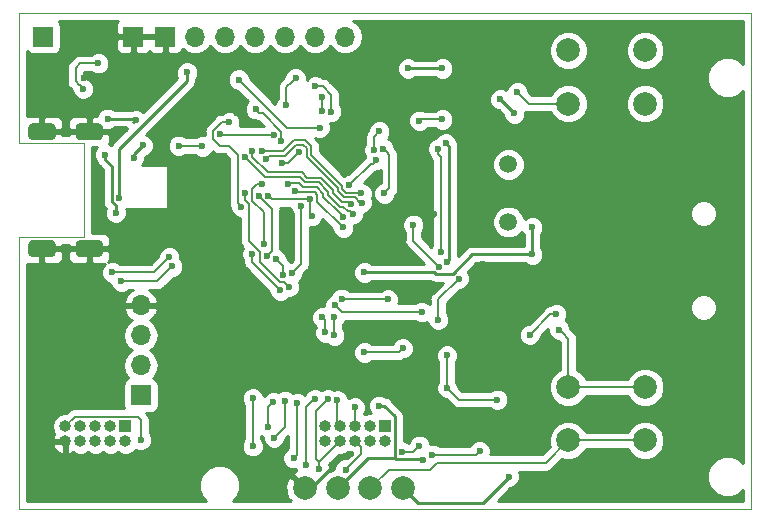
<source format=gbl>
G04 #@! TF.GenerationSoftware,KiCad,Pcbnew,(5.0.0)*
G04 #@! TF.CreationDate,2019-01-23T14:37:11-05:00*
G04 #@! TF.ProjectId,Project 23,50726F6A6563742032332E6B69636164,V 0.7*
G04 #@! TF.SameCoordinates,Original*
G04 #@! TF.FileFunction,Copper,L2,Bot,Signal*
G04 #@! TF.FilePolarity,Positive*
%FSLAX46Y46*%
G04 Gerber Fmt 4.6, Leading zero omitted, Abs format (unit mm)*
G04 Created by KiCad (PCBNEW (5.0.0)) date 01/23/19 14:37:11*
%MOMM*%
%LPD*%
G01*
G04 APERTURE LIST*
G04 #@! TA.AperFunction,NonConductor*
%ADD10C,0.100000*%
G04 #@! TD*
G04 #@! TA.AperFunction,BGAPad,CuDef*
%ADD11C,2.000000*%
G04 #@! TD*
G04 #@! TA.AperFunction,ComponentPad*
%ADD12R,1.700000X1.700000*%
G04 #@! TD*
G04 #@! TA.AperFunction,ComponentPad*
%ADD13O,1.700000X1.700000*%
G04 #@! TD*
G04 #@! TA.AperFunction,ComponentPad*
%ADD14C,1.500000*%
G04 #@! TD*
G04 #@! TA.AperFunction,ComponentPad*
%ADD15C,2.000000*%
G04 #@! TD*
G04 #@! TA.AperFunction,Conductor*
%ADD16C,0.100000*%
G04 #@! TD*
G04 #@! TA.AperFunction,ComponentPad*
%ADD17C,1.400000*%
G04 #@! TD*
G04 #@! TA.AperFunction,ComponentPad*
%ADD18R,1.000000X1.000000*%
G04 #@! TD*
G04 #@! TA.AperFunction,ComponentPad*
%ADD19O,1.000000X1.000000*%
G04 #@! TD*
G04 #@! TA.AperFunction,ViaPad*
%ADD20C,0.600000*%
G04 #@! TD*
G04 #@! TA.AperFunction,Conductor*
%ADD21C,0.220000*%
G04 #@! TD*
G04 #@! TA.AperFunction,Conductor*
%ADD22C,0.203000*%
G04 #@! TD*
G04 #@! TA.AperFunction,Conductor*
%ADD23C,0.254000*%
G04 #@! TD*
G04 APERTURE END LIST*
D10*
X55500000Y-51050000D02*
X50000000Y-51050000D01*
X55500000Y-58950000D02*
X55500000Y-51050000D01*
X50000000Y-58950000D02*
X55500000Y-58950000D01*
X50000000Y-58950000D02*
X50000000Y-82000000D01*
X112000000Y-40000000D02*
X50000000Y-40000000D01*
X112000000Y-82000000D02*
X112000000Y-40000000D01*
X50000000Y-82000000D02*
X112000000Y-82000000D01*
X50000000Y-40000000D02*
X50000000Y-51050000D01*
D11*
G04 #@! TO.P,TP75,1*
G04 #@! TO.N,GND*
X74200000Y-80250000D03*
G04 #@! TD*
D12*
G04 #@! TO.P,J13,1*
G04 #@! TO.N,Net-(J13-Pad1)*
X60325000Y-72390000D03*
D13*
G04 #@! TO.P,J13,2*
G04 #@! TO.N,/SWDIO*
X60325000Y-69850000D03*
G04 #@! TO.P,J13,3*
G04 #@! TO.N,/SWCLK*
X60325000Y-67310000D03*
G04 #@! TO.P,J13,4*
G04 #@! TO.N,GND*
X60325000Y-64770000D03*
G04 #@! TD*
D14*
G04 #@! TO.P,Y11,1*
G04 #@! TO.N,Net-(C11-Pad1)*
X91440000Y-52832000D03*
G04 #@! TO.P,Y11,2*
G04 #@! TO.N,Net-(C12-Pad1)*
X91440000Y-57712000D03*
G04 #@! TD*
D12*
G04 #@! TO.P,J21,1*
G04 #@! TO.N,+BATT*
X52070000Y-42000000D03*
G04 #@! TD*
G04 #@! TO.P,J22,1*
G04 #@! TO.N,GND*
X59690000Y-42000000D03*
G04 #@! TD*
D15*
G04 #@! TO.P,SW11,1*
G04 #@! TO.N,/UI_Btn*
X103020000Y-43180000D03*
G04 #@! TO.P,SW11,2*
G04 #@! TO.N,/3V3SB*
X103020000Y-47680000D03*
G04 #@! TO.P,SW11,1*
G04 #@! TO.N,/UI_Btn*
X96520000Y-43180000D03*
G04 #@! TO.P,SW11,2*
G04 #@! TO.N,/3V3SB*
X96520000Y-47680000D03*
G04 #@! TD*
G04 #@! TO.P,SW12,2*
G04 #@! TO.N,/3V3SB*
X96520000Y-76200000D03*
G04 #@! TO.P,SW12,1*
G04 #@! TO.N,/Power_Btn*
X96520000Y-71700000D03*
G04 #@! TO.P,SW12,2*
G04 #@! TO.N,/3V3SB*
X103020000Y-76200000D03*
G04 #@! TO.P,SW12,1*
G04 #@! TO.N,/Power_Btn*
X103020000Y-71700000D03*
G04 #@! TD*
D11*
G04 #@! TO.P,TP31,1*
G04 #@! TO.N,/3V3SB*
X79750000Y-80250000D03*
G04 #@! TD*
G04 #@! TO.P,TP32,1*
G04 #@! TO.N,+3V3*
X77000000Y-80250000D03*
G04 #@! TD*
G04 #@! TO.P,TP41,1*
G04 #@! TO.N,+5V*
X82500000Y-80250000D03*
G04 #@! TD*
D12*
G04 #@! TO.P,U5,1*
G04 #@! TO.N,GND*
X62380000Y-42000000D03*
D13*
G04 #@! TO.P,U5,2*
G04 #@! TO.N,+3V3*
X64920000Y-42000000D03*
G04 #@! TO.P,U5,3*
G04 #@! TO.N,/SCK*
X67460000Y-42000000D03*
G04 #@! TO.P,U5,4*
G04 #@! TO.N,/MOSI*
X70000000Y-42000000D03*
G04 #@! TO.P,U5,5*
G04 #@! TO.N,/OLED_RES*
X72540000Y-42000000D03*
G04 #@! TO.P,U5,6*
G04 #@! TO.N,/OLED_DC*
X75080000Y-42000000D03*
G04 #@! TO.P,U5,7*
G04 #@! TO.N,/OLED_CS*
X77620000Y-42000000D03*
G04 #@! TD*
D16*
G04 #@! TO.N,GND*
G04 #@! TO.C,J61*
G36*
X56784306Y-49351685D02*
X56818282Y-49356725D01*
X56851600Y-49365071D01*
X56883939Y-49376642D01*
X56914989Y-49391328D01*
X56944450Y-49408986D01*
X56972038Y-49429446D01*
X56997487Y-49452513D01*
X57020554Y-49477962D01*
X57041014Y-49505550D01*
X57058672Y-49535011D01*
X57073358Y-49566061D01*
X57084929Y-49598400D01*
X57093275Y-49631718D01*
X57098315Y-49665694D01*
X57100000Y-49700000D01*
X57100000Y-50400000D01*
X57098315Y-50434306D01*
X57093275Y-50468282D01*
X57084929Y-50501600D01*
X57073358Y-50533939D01*
X57058672Y-50564989D01*
X57041014Y-50594450D01*
X57020554Y-50622038D01*
X56997487Y-50647487D01*
X56972038Y-50670554D01*
X56944450Y-50691014D01*
X56914989Y-50708672D01*
X56883939Y-50723358D01*
X56851600Y-50734929D01*
X56818282Y-50743275D01*
X56784306Y-50748315D01*
X56750000Y-50750000D01*
X55150000Y-50750000D01*
X55115694Y-50748315D01*
X55081718Y-50743275D01*
X55048400Y-50734929D01*
X55016061Y-50723358D01*
X54985011Y-50708672D01*
X54955550Y-50691014D01*
X54927962Y-50670554D01*
X54902513Y-50647487D01*
X54879446Y-50622038D01*
X54858986Y-50594450D01*
X54841328Y-50564989D01*
X54826642Y-50533939D01*
X54815071Y-50501600D01*
X54806725Y-50468282D01*
X54801685Y-50434306D01*
X54800000Y-50400000D01*
X54800000Y-49700000D01*
X54801685Y-49665694D01*
X54806725Y-49631718D01*
X54815071Y-49598400D01*
X54826642Y-49566061D01*
X54841328Y-49535011D01*
X54858986Y-49505550D01*
X54879446Y-49477962D01*
X54902513Y-49452513D01*
X54927962Y-49429446D01*
X54955550Y-49408986D01*
X54985011Y-49391328D01*
X55016061Y-49376642D01*
X55048400Y-49365071D01*
X55081718Y-49356725D01*
X55115694Y-49351685D01*
X55150000Y-49350000D01*
X56750000Y-49350000D01*
X56784306Y-49351685D01*
X56784306Y-49351685D01*
G37*
D17*
G04 #@! TD*
G04 #@! TO.P,J61,6*
G04 #@! TO.N,GND*
X55950000Y-50050000D03*
D16*
G04 #@! TO.N,GND*
G04 #@! TO.C,J61*
G36*
X52784306Y-49351685D02*
X52818282Y-49356725D01*
X52851600Y-49365071D01*
X52883939Y-49376642D01*
X52914989Y-49391328D01*
X52944450Y-49408986D01*
X52972038Y-49429446D01*
X52997487Y-49452513D01*
X53020554Y-49477962D01*
X53041014Y-49505550D01*
X53058672Y-49535011D01*
X53073358Y-49566061D01*
X53084929Y-49598400D01*
X53093275Y-49631718D01*
X53098315Y-49665694D01*
X53100000Y-49700000D01*
X53100000Y-50400000D01*
X53098315Y-50434306D01*
X53093275Y-50468282D01*
X53084929Y-50501600D01*
X53073358Y-50533939D01*
X53058672Y-50564989D01*
X53041014Y-50594450D01*
X53020554Y-50622038D01*
X52997487Y-50647487D01*
X52972038Y-50670554D01*
X52944450Y-50691014D01*
X52914989Y-50708672D01*
X52883939Y-50723358D01*
X52851600Y-50734929D01*
X52818282Y-50743275D01*
X52784306Y-50748315D01*
X52750000Y-50750000D01*
X51150000Y-50750000D01*
X51115694Y-50748315D01*
X51081718Y-50743275D01*
X51048400Y-50734929D01*
X51016061Y-50723358D01*
X50985011Y-50708672D01*
X50955550Y-50691014D01*
X50927962Y-50670554D01*
X50902513Y-50647487D01*
X50879446Y-50622038D01*
X50858986Y-50594450D01*
X50841328Y-50564989D01*
X50826642Y-50533939D01*
X50815071Y-50501600D01*
X50806725Y-50468282D01*
X50801685Y-50434306D01*
X50800000Y-50400000D01*
X50800000Y-49700000D01*
X50801685Y-49665694D01*
X50806725Y-49631718D01*
X50815071Y-49598400D01*
X50826642Y-49566061D01*
X50841328Y-49535011D01*
X50858986Y-49505550D01*
X50879446Y-49477962D01*
X50902513Y-49452513D01*
X50927962Y-49429446D01*
X50955550Y-49408986D01*
X50985011Y-49391328D01*
X51016061Y-49376642D01*
X51048400Y-49365071D01*
X51081718Y-49356725D01*
X51115694Y-49351685D01*
X51150000Y-49350000D01*
X52750000Y-49350000D01*
X52784306Y-49351685D01*
X52784306Y-49351685D01*
G37*
D17*
G04 #@! TD*
G04 #@! TO.P,J61,6*
G04 #@! TO.N,GND*
X51950000Y-50050000D03*
D16*
G04 #@! TO.N,GND*
G04 #@! TO.C,J61*
G36*
X56784306Y-59251685D02*
X56818282Y-59256725D01*
X56851600Y-59265071D01*
X56883939Y-59276642D01*
X56914989Y-59291328D01*
X56944450Y-59308986D01*
X56972038Y-59329446D01*
X56997487Y-59352513D01*
X57020554Y-59377962D01*
X57041014Y-59405550D01*
X57058672Y-59435011D01*
X57073358Y-59466061D01*
X57084929Y-59498400D01*
X57093275Y-59531718D01*
X57098315Y-59565694D01*
X57100000Y-59600000D01*
X57100000Y-60300000D01*
X57098315Y-60334306D01*
X57093275Y-60368282D01*
X57084929Y-60401600D01*
X57073358Y-60433939D01*
X57058672Y-60464989D01*
X57041014Y-60494450D01*
X57020554Y-60522038D01*
X56997487Y-60547487D01*
X56972038Y-60570554D01*
X56944450Y-60591014D01*
X56914989Y-60608672D01*
X56883939Y-60623358D01*
X56851600Y-60634929D01*
X56818282Y-60643275D01*
X56784306Y-60648315D01*
X56750000Y-60650000D01*
X55150000Y-60650000D01*
X55115694Y-60648315D01*
X55081718Y-60643275D01*
X55048400Y-60634929D01*
X55016061Y-60623358D01*
X54985011Y-60608672D01*
X54955550Y-60591014D01*
X54927962Y-60570554D01*
X54902513Y-60547487D01*
X54879446Y-60522038D01*
X54858986Y-60494450D01*
X54841328Y-60464989D01*
X54826642Y-60433939D01*
X54815071Y-60401600D01*
X54806725Y-60368282D01*
X54801685Y-60334306D01*
X54800000Y-60300000D01*
X54800000Y-59600000D01*
X54801685Y-59565694D01*
X54806725Y-59531718D01*
X54815071Y-59498400D01*
X54826642Y-59466061D01*
X54841328Y-59435011D01*
X54858986Y-59405550D01*
X54879446Y-59377962D01*
X54902513Y-59352513D01*
X54927962Y-59329446D01*
X54955550Y-59308986D01*
X54985011Y-59291328D01*
X55016061Y-59276642D01*
X55048400Y-59265071D01*
X55081718Y-59256725D01*
X55115694Y-59251685D01*
X55150000Y-59250000D01*
X56750000Y-59250000D01*
X56784306Y-59251685D01*
X56784306Y-59251685D01*
G37*
D17*
G04 #@! TD*
G04 #@! TO.P,J61,6*
G04 #@! TO.N,GND*
X55950000Y-59950000D03*
D16*
G04 #@! TO.N,GND*
G04 #@! TO.C,J61*
G36*
X52784306Y-59251685D02*
X52818282Y-59256725D01*
X52851600Y-59265071D01*
X52883939Y-59276642D01*
X52914989Y-59291328D01*
X52944450Y-59308986D01*
X52972038Y-59329446D01*
X52997487Y-59352513D01*
X53020554Y-59377962D01*
X53041014Y-59405550D01*
X53058672Y-59435011D01*
X53073358Y-59466061D01*
X53084929Y-59498400D01*
X53093275Y-59531718D01*
X53098315Y-59565694D01*
X53100000Y-59600000D01*
X53100000Y-60300000D01*
X53098315Y-60334306D01*
X53093275Y-60368282D01*
X53084929Y-60401600D01*
X53073358Y-60433939D01*
X53058672Y-60464989D01*
X53041014Y-60494450D01*
X53020554Y-60522038D01*
X52997487Y-60547487D01*
X52972038Y-60570554D01*
X52944450Y-60591014D01*
X52914989Y-60608672D01*
X52883939Y-60623358D01*
X52851600Y-60634929D01*
X52818282Y-60643275D01*
X52784306Y-60648315D01*
X52750000Y-60650000D01*
X51150000Y-60650000D01*
X51115694Y-60648315D01*
X51081718Y-60643275D01*
X51048400Y-60634929D01*
X51016061Y-60623358D01*
X50985011Y-60608672D01*
X50955550Y-60591014D01*
X50927962Y-60570554D01*
X50902513Y-60547487D01*
X50879446Y-60522038D01*
X50858986Y-60494450D01*
X50841328Y-60464989D01*
X50826642Y-60433939D01*
X50815071Y-60401600D01*
X50806725Y-60368282D01*
X50801685Y-60334306D01*
X50800000Y-60300000D01*
X50800000Y-59600000D01*
X50801685Y-59565694D01*
X50806725Y-59531718D01*
X50815071Y-59498400D01*
X50826642Y-59466061D01*
X50841328Y-59435011D01*
X50858986Y-59405550D01*
X50879446Y-59377962D01*
X50902513Y-59352513D01*
X50927962Y-59329446D01*
X50955550Y-59308986D01*
X50985011Y-59291328D01*
X51016061Y-59276642D01*
X51048400Y-59265071D01*
X51081718Y-59256725D01*
X51115694Y-59251685D01*
X51150000Y-59250000D01*
X52750000Y-59250000D01*
X52784306Y-59251685D01*
X52784306Y-59251685D01*
G37*
D17*
G04 #@! TD*
G04 #@! TO.P,J61,6*
G04 #@! TO.N,GND*
X51950000Y-59950000D03*
D18*
G04 #@! TO.P,J11,1*
G04 #@! TO.N,Net-(J11-Pad1)*
X59000000Y-75000000D03*
D19*
G04 #@! TO.P,J11,2*
G04 #@! TO.N,Net-(J11-Pad2)*
X59000000Y-76270000D03*
G04 #@! TO.P,J11,3*
G04 #@! TO.N,Net-(J11-Pad3)*
X57730000Y-75000000D03*
G04 #@! TO.P,J11,4*
G04 #@! TO.N,Net-(J11-Pad4)*
X57730000Y-76270000D03*
G04 #@! TO.P,J11,5*
G04 #@! TO.N,Net-(J11-Pad5)*
X56460000Y-75000000D03*
G04 #@! TO.P,J11,6*
G04 #@! TO.N,Net-(J11-Pad6)*
X56460000Y-76270000D03*
G04 #@! TO.P,J11,7*
G04 #@! TO.N,Net-(J11-Pad7)*
X55190000Y-75000000D03*
G04 #@! TO.P,J11,8*
G04 #@! TO.N,Net-(J11-Pad8)*
X55190000Y-76270000D03*
G04 #@! TO.P,J11,9*
G04 #@! TO.N,Net-(J11-Pad9)*
X53920000Y-75000000D03*
G04 #@! TO.P,J11,10*
G04 #@! TO.N,GND*
X53920000Y-76270000D03*
G04 #@! TD*
G04 #@! TO.P,J12,10*
G04 #@! TO.N,GND*
X75920000Y-76270000D03*
G04 #@! TO.P,J12,9*
G04 #@! TO.N,Net-(J11-Pad9)*
X75920000Y-75000000D03*
G04 #@! TO.P,J12,8*
G04 #@! TO.N,Net-(J11-Pad8)*
X77190000Y-76270000D03*
G04 #@! TO.P,J12,7*
G04 #@! TO.N,Net-(J11-Pad7)*
X77190000Y-75000000D03*
G04 #@! TO.P,J12,6*
G04 #@! TO.N,Net-(J11-Pad6)*
X78460000Y-76270000D03*
G04 #@! TO.P,J12,5*
G04 #@! TO.N,Net-(J11-Pad5)*
X78460000Y-75000000D03*
G04 #@! TO.P,J12,4*
G04 #@! TO.N,Net-(J11-Pad4)*
X79730000Y-76270000D03*
G04 #@! TO.P,J12,3*
G04 #@! TO.N,Net-(J11-Pad3)*
X79730000Y-75000000D03*
G04 #@! TO.P,J12,2*
G04 #@! TO.N,Net-(F11-Pad2)*
X81000000Y-76270000D03*
D18*
G04 #@! TO.P,J12,1*
G04 #@! TO.N,Net-(F12-Pad1)*
X81000000Y-75000000D03*
G04 #@! TD*
D20*
G04 #@! TO.N,GND*
X68453503Y-48483589D03*
X77750000Y-53000000D03*
X78500000Y-48750000D03*
X77750000Y-50000000D03*
X84750000Y-57500000D03*
X89500000Y-54000000D03*
X89500000Y-55750000D03*
X89250000Y-61250000D03*
X76000000Y-59000000D03*
X65500000Y-56500000D03*
X62250000Y-51250000D03*
X89250000Y-41750000D03*
X89000000Y-47750000D03*
X100500000Y-53000000D03*
X100000000Y-55000000D03*
X95750000Y-55000000D03*
X96000000Y-51250000D03*
X107500000Y-49250000D03*
X110000000Y-51750000D03*
X110250000Y-68500000D03*
X108250000Y-70750000D03*
X60500000Y-44250000D03*
X51750000Y-47750000D03*
X52750000Y-47750000D03*
X81250000Y-42750000D03*
X72562484Y-59108173D03*
X85148490Y-57000000D03*
X84250000Y-75000000D03*
X93250000Y-71250000D03*
X70500000Y-46000000D03*
X75000000Y-62250000D03*
X88150000Y-75700000D03*
X78100000Y-77350000D03*
X71700000Y-80000000D03*
X56800000Y-57750000D03*
X55500000Y-45550000D03*
G04 #@! TO.N,+3V3*
X85852000Y-44704000D03*
X91948000Y-48514000D03*
X93472000Y-60452000D03*
X93472000Y-58166000D03*
X90760668Y-47326668D03*
X79248000Y-61976000D03*
X64244914Y-45039440D03*
X82949991Y-44704000D03*
X80500000Y-73250000D03*
X84200000Y-77850000D03*
X58449696Y-55660821D03*
G04 #@! TO.N,+BATT*
X59893190Y-49072810D03*
X59750000Y-52250000D03*
X60491288Y-51225799D03*
X57500000Y-48950000D03*
G04 #@! TO.N,VBUS*
X58200000Y-56900000D03*
X57300000Y-52000000D03*
G04 #@! TO.N,+5V*
X91500000Y-79300000D03*
G04 #@! TO.N,/Ana_In*
X73901138Y-56357969D03*
X73143099Y-61993763D03*
G04 #@! TO.N,/Fwd_Limit*
X69741767Y-60432432D03*
X72136008Y-63501208D03*
G04 #@! TO.N,/Quad_B*
X70983230Y-60555362D03*
X70329134Y-55518425D03*
G04 #@! TO.N,Net-(J11-Pad6)*
X75050000Y-72698500D03*
X74300000Y-78301500D03*
X77652508Y-78660177D03*
G04 #@! TO.N,/Quad_A*
X70714699Y-59553011D03*
X70583913Y-54509520D03*
G04 #@! TO.N,/Rev_Limit*
X76708000Y-65786000D03*
X76708000Y-67310000D03*
X72359754Y-62156215D03*
X71774674Y-60875338D03*
G04 #@! TO.N,/SWDIO*
X62738000Y-60706000D03*
X57912000Y-61976000D03*
G04 #@! TO.N,/SWCLK*
X62992000Y-61468000D03*
X58674000Y-62738000D03*
G04 #@! TO.N,/Power_Btn*
X80943332Y-55289332D03*
X83391354Y-57939234D03*
X80845483Y-51499461D03*
X95749988Y-66828750D03*
X85568864Y-61475479D03*
G04 #@! TO.N,/Rev_LED*
X77470000Y-58166000D03*
X72226973Y-50820824D03*
X70049337Y-48149988D03*
X73390862Y-55040739D03*
G04 #@! TO.N,/Pwr_LED*
X77458099Y-57265815D03*
X72793428Y-54508676D03*
G04 #@! TO.N,/UI_Btn*
X80255813Y-52474796D03*
X77978000Y-54606023D03*
G04 #@! TO.N,/OLED_RES*
X75090500Y-46228000D03*
X76449339Y-48357096D03*
G04 #@! TO.N,/OLED_DC*
X75685351Y-47097645D03*
X75651321Y-48300656D03*
G04 #@! TO.N,/MOSI*
X72651510Y-47834668D03*
X73418303Y-45513509D03*
G04 #@! TO.N,Net-(J11-Pad3)*
X72522150Y-72822150D03*
X71600000Y-75957298D03*
G04 #@! TO.N,Net-(J11-Pad4)*
X73549675Y-72999675D03*
X73250000Y-77700000D03*
G04 #@! TO.N,Net-(J11-Pad5)*
X78450000Y-73400000D03*
X71521825Y-72971825D03*
X71100000Y-75100000D03*
G04 #@! TO.N,Net-(J11-Pad7)*
X76950000Y-72798500D03*
G04 #@! TO.N,Net-(J11-Pad8)*
X76151320Y-72698500D03*
X75417157Y-78620157D03*
G04 #@! TO.N,Net-(J11-Pad9)*
X60350000Y-76150000D03*
X69800000Y-72600000D03*
X69800000Y-76700000D03*
G04 #@! TO.N,Net-(F11-Pad2)*
X82450000Y-77150000D03*
X83898913Y-76647116D03*
G04 #@! TO.N,Net-(F12-Pad1)*
X89000000Y-77100000D03*
X85000000Y-77400000D03*
G04 #@! TO.N,/3V3SB*
X80053941Y-51615565D03*
X80518000Y-50038000D03*
X85852000Y-49022000D03*
X92202000Y-46736000D03*
X67818000Y-49276000D03*
X74673657Y-55756459D03*
X74773760Y-57226235D03*
X68824611Y-56409389D03*
X83898490Y-49114235D03*
X71127029Y-55460268D03*
G04 #@! TO.N,/SS2*
X79000852Y-55284501D03*
X70556394Y-51657059D03*
G04 #@! TO.N,/MOSI2*
X70877479Y-52399303D03*
X79051387Y-56082915D03*
G04 #@! TO.N,/SCK2*
X78143393Y-56212046D03*
X69757404Y-51697469D03*
G04 #@! TO.N,/MISO2*
X78280034Y-57052448D03*
X69141197Y-52207673D03*
G04 #@! TO.N,Net-(R21-Pad1)*
X56722000Y-44262000D03*
X55441988Y-46426338D03*
G04 #@! TO.N,/PWR_EN*
X86250000Y-71750000D03*
X90500000Y-72750000D03*
X85500000Y-51500000D03*
X85750000Y-60250000D03*
X87250000Y-62500000D03*
X85500000Y-66000000D03*
X86250000Y-69000000D03*
G04 #@! TO.N,/Trigger*
X75946000Y-67056000D03*
X75692000Y-65786000D03*
X72885187Y-63196775D03*
X69126122Y-55251272D03*
G04 #@! TO.N,/Batt_Mon*
X71597156Y-50327518D03*
X67056000Y-50274998D03*
X63514328Y-51256164D03*
X65532000Y-51308000D03*
G04 #@! TO.N,/Stat*
X73750000Y-51750000D03*
X75500000Y-49750000D03*
X68609542Y-45640950D03*
X72250000Y-52750000D03*
G04 #@! TO.N,VCC*
X79250000Y-68750000D03*
X82493568Y-68392904D03*
X86144322Y-51025796D03*
X86264186Y-61079819D03*
G04 #@! TO.N,/SD_CD*
X76750000Y-64750000D03*
X84085171Y-65320387D03*
X93250000Y-67250000D03*
X95500000Y-65500000D03*
G04 #@! TO.N,Net-(R41-Pad2)*
X81250000Y-64250000D03*
X77315694Y-64184306D03*
G04 #@! TD*
D21*
G04 #@! TO.N,GND*
X78500000Y-48750000D02*
X78500000Y-49250000D01*
X78500000Y-49250000D02*
X77750000Y-50000000D01*
X89500000Y-54000000D02*
X89500000Y-55750000D01*
X100500000Y-53000000D02*
X100000000Y-53500000D01*
X100000000Y-53500000D02*
X100000000Y-55000000D01*
X95750000Y-55000000D02*
X95750000Y-51500000D01*
X95750000Y-51500000D02*
X96000000Y-51250000D01*
X51750000Y-47750000D02*
X52750000Y-47750000D01*
X85148490Y-57101510D02*
X85148490Y-57000000D01*
X84750000Y-57500000D02*
X85148490Y-57101510D01*
X77800001Y-77649999D02*
X77450001Y-77649999D01*
X78100000Y-77350000D02*
X77800001Y-77649999D01*
X77450001Y-77649999D02*
X77250001Y-77649999D01*
X77250001Y-77649999D02*
X75050000Y-79850000D01*
G04 #@! TO.N,+3V3*
X93472000Y-60452000D02*
X93472000Y-58166000D01*
X91948000Y-48514000D02*
X90760668Y-47326668D01*
X85852000Y-44704000D02*
X82949991Y-44704000D01*
X93472000Y-60452000D02*
X88395198Y-60452000D01*
X88395198Y-60452000D02*
X86761717Y-62085481D01*
X86761717Y-62085481D02*
X85276062Y-62085481D01*
X85276062Y-62085481D02*
X85166581Y-61976000D01*
X79672264Y-61976000D02*
X79248000Y-61976000D01*
X85166581Y-61976000D02*
X79672264Y-61976000D01*
X77000000Y-80250000D02*
X79540009Y-77709991D01*
X79540009Y-77709991D02*
X81850000Y-77709991D01*
X81839999Y-74165735D02*
X80924264Y-73250000D01*
X81850000Y-77709991D02*
X81839999Y-77699990D01*
X81839999Y-77699990D02*
X81839999Y-74165735D01*
X80924264Y-73250000D02*
X80500000Y-73250000D01*
X81900010Y-77760001D02*
X83742803Y-77760001D01*
X81850000Y-77709991D02*
X81900010Y-77760001D01*
X84110001Y-77760001D02*
X84200000Y-77850000D01*
X83742803Y-77760001D02*
X84110001Y-77760001D01*
X58470011Y-51511989D02*
X58470011Y-55640506D01*
X58470011Y-55640506D02*
X58449696Y-55660821D01*
X64244914Y-45737086D02*
X58470011Y-51511989D01*
X64244914Y-45039440D02*
X64244914Y-45737086D01*
G04 #@! TO.N,+BATT*
X59690000Y-49276000D02*
X59893190Y-49072810D01*
X59750000Y-51967087D02*
X60491288Y-51225799D01*
X59750000Y-52250000D02*
X59750000Y-51967087D01*
X59770380Y-48950000D02*
X59893190Y-49072810D01*
X57500000Y-48950000D02*
X59770380Y-48950000D01*
G04 #@! TO.N,VBUS*
X58200000Y-56313927D02*
X58200000Y-56900000D01*
X57839695Y-55953622D02*
X58200000Y-56313927D01*
X57839695Y-52963959D02*
X57839695Y-55953622D01*
X57300000Y-52000000D02*
X57300000Y-52424264D01*
X57300000Y-52424264D02*
X57839695Y-52963959D01*
G04 #@! TO.N,+5V*
X89289999Y-81510001D02*
X91500000Y-79300000D01*
X82500000Y-80250000D02*
X83760001Y-81510001D01*
X83760001Y-81510001D02*
X89289999Y-81510001D01*
D22*
G04 #@! TO.N,/Ana_In*
X73901138Y-56357969D02*
X73901138Y-61235724D01*
X73443098Y-61693764D02*
X73143099Y-61993763D01*
X73901138Y-61235724D02*
X73443098Y-61693764D01*
G04 #@! TO.N,/Fwd_Limit*
X69741767Y-60432432D02*
X69741767Y-61106967D01*
X71836009Y-63201209D02*
X72136008Y-63501208D01*
X69741767Y-61106967D02*
X71836009Y-63201209D01*
G04 #@! TO.N,/Quad_B*
X71400962Y-56590253D02*
X70629133Y-55818424D01*
X70629133Y-55818424D02*
X70329134Y-55518425D01*
X71400962Y-60137630D02*
X71400962Y-56590253D01*
X70983230Y-60555362D02*
X71400962Y-60137630D01*
G04 #@! TO.N,Net-(J11-Pad6)*
X74950000Y-72700000D02*
X74300000Y-73350000D01*
X74300000Y-77877236D02*
X74300000Y-78301500D01*
X74300000Y-73350000D02*
X74300000Y-77877236D01*
X77952507Y-78360178D02*
X77652508Y-78660177D01*
X78959999Y-77352686D02*
X77952507Y-78360178D01*
X78959999Y-76769999D02*
X78959999Y-77352686D01*
X78460000Y-76270000D02*
X78959999Y-76769999D01*
G04 #@! TO.N,/Quad_A*
X69727624Y-55891795D02*
X69727624Y-54941545D01*
X70159649Y-54509520D02*
X70583913Y-54509520D01*
X69727624Y-54941545D02*
X70159649Y-54509520D01*
X70714699Y-56878870D02*
X69727624Y-55891795D01*
X70714699Y-59553011D02*
X70714699Y-56878870D01*
G04 #@! TO.N,/Rev_Limit*
X76708000Y-67310000D02*
X76708000Y-65786000D01*
X72359754Y-61460418D02*
X72359754Y-61731951D01*
X72359754Y-61731951D02*
X72359754Y-62156215D01*
X71774674Y-60875338D02*
X72359754Y-61460418D01*
G04 #@! TO.N,/SWDIO*
X61468000Y-61976000D02*
X57912000Y-61976000D01*
X62738000Y-60706000D02*
X61468000Y-61976000D01*
G04 #@! TO.N,/SWCLK*
X62992000Y-61468000D02*
X61722000Y-62738000D01*
X59098264Y-62738000D02*
X58674000Y-62738000D01*
X61722000Y-62738000D02*
X59098264Y-62738000D01*
G04 #@! TO.N,/Power_Btn*
X103020000Y-71700000D02*
X96520000Y-71700000D01*
X81373502Y-52027480D02*
X81145482Y-51799460D01*
X81373502Y-54859162D02*
X81373502Y-52027480D01*
X80943332Y-55289332D02*
X81373502Y-54859162D01*
X81145482Y-51799460D02*
X80845483Y-51499461D01*
X96520000Y-67598762D02*
X96049987Y-67128749D01*
X96049987Y-67128749D02*
X95749988Y-66828750D01*
X96520000Y-71700000D02*
X96520000Y-67598762D01*
X85268865Y-61175480D02*
X85568864Y-61475479D01*
X83391354Y-57939234D02*
X83391354Y-59297969D01*
X83391354Y-59297969D02*
X85268865Y-61175480D01*
G04 #@! TO.N,/Rev_LED*
X70630044Y-48449987D02*
X70349336Y-48449987D01*
X70349336Y-48449987D02*
X70049337Y-48149988D01*
X72226973Y-50046916D02*
X70630044Y-48449987D01*
X72226973Y-50820824D02*
X72226973Y-50046916D01*
X77470000Y-58166000D02*
X75277502Y-55973502D01*
X75277502Y-55973502D02*
X75277502Y-55395437D01*
X75277502Y-55395437D02*
X75037014Y-55154949D01*
X75037014Y-55154949D02*
X73505072Y-55154949D01*
X73505072Y-55154949D02*
X73390862Y-55040739D01*
G04 #@! TO.N,/Pwr_LED*
X73720302Y-54439238D02*
X74033001Y-54751938D01*
X75764454Y-55572170D02*
X77158100Y-56965816D01*
X77158100Y-56965816D02*
X77458099Y-57265815D01*
X75764454Y-55312447D02*
X75764454Y-55572170D01*
X75203945Y-54751938D02*
X75764454Y-55312447D01*
X74033001Y-54751938D02*
X75203945Y-54751938D01*
X72862866Y-54439238D02*
X73720302Y-54439238D01*
X72793428Y-54508676D02*
X72862866Y-54439238D01*
G04 #@! TO.N,/UI_Btn*
X80255813Y-52474796D02*
X79955814Y-52774795D01*
X79809228Y-52774795D02*
X77978000Y-54606023D01*
X79955814Y-52774795D02*
X79809228Y-52774795D01*
G04 #@! TO.N,/OLED_RES*
X75090500Y-46228000D02*
X75705930Y-46228000D01*
X76449339Y-47932832D02*
X76449339Y-48357096D01*
X75705930Y-46228000D02*
X76449339Y-46971409D01*
X76449339Y-46971409D02*
X76449339Y-47932832D01*
G04 #@! TO.N,/OLED_DC*
X75651321Y-48300656D02*
X75651321Y-47131675D01*
X75651321Y-47131675D02*
X75685351Y-47097645D01*
G04 #@! TO.N,/MOSI*
X72651510Y-47834668D02*
X72651510Y-46280302D01*
X73118304Y-45813508D02*
X73418303Y-45513509D01*
X72651510Y-46280302D02*
X73118304Y-45813508D01*
G04 #@! TO.N,Net-(J11-Pad3)*
X72522150Y-75035148D02*
X71600000Y-75957298D01*
X72522150Y-72822150D02*
X72522150Y-75035148D01*
G04 #@! TO.N,Net-(J11-Pad4)*
X73549675Y-77400325D02*
X73250000Y-77700000D01*
X73549675Y-72999675D02*
X73549675Y-77400325D01*
G04 #@! TO.N,Net-(J11-Pad5)*
X78450000Y-74990000D02*
X78460000Y-75000000D01*
X78450000Y-73400000D02*
X78450000Y-74990000D01*
X71100000Y-73393650D02*
X71100000Y-75100000D01*
X71521825Y-72971825D02*
X71100000Y-73393650D01*
G04 #@! TO.N,Net-(J11-Pad7)*
X76950000Y-74760000D02*
X77190000Y-75000000D01*
X76950000Y-72798500D02*
X76950000Y-74760000D01*
G04 #@! TO.N,Net-(J11-Pad8)*
X75417157Y-78042843D02*
X75417157Y-78195893D01*
X75417157Y-78195893D02*
X75417157Y-78620157D01*
X77190000Y-76270000D02*
X75417157Y-78042843D01*
X76151320Y-72698500D02*
X75117158Y-73732662D01*
X75118499Y-73734003D02*
X75117158Y-73732662D01*
X75118499Y-77744185D02*
X75118499Y-73734003D01*
X75417157Y-78042843D02*
X75118499Y-77744185D01*
G04 #@! TO.N,Net-(J11-Pad9)*
X54721501Y-74198499D02*
X53920000Y-75000000D01*
X60048499Y-74198499D02*
X54721501Y-74198499D01*
X60350000Y-76150000D02*
X60350000Y-74500000D01*
X60350000Y-74500000D02*
X60048499Y-74198499D01*
X69800000Y-72600000D02*
X69800000Y-76700000D01*
G04 #@! TO.N,Net-(F11-Pad2)*
X83396029Y-77150000D02*
X83598914Y-76947115D01*
X83598914Y-76947115D02*
X83898913Y-76647116D01*
X82450000Y-77150000D02*
X83396029Y-77150000D01*
G04 #@! TO.N,Net-(F12-Pad1)*
X88700000Y-77400000D02*
X85000000Y-77400000D01*
X89000000Y-77100000D02*
X88700000Y-77400000D01*
G04 #@! TO.N,/3V3SB*
X80053941Y-51615565D02*
X80053941Y-50502059D01*
X80053941Y-50502059D02*
X80518000Y-50038000D01*
X93146000Y-47680000D02*
X96520000Y-47680000D01*
X92202000Y-46736000D02*
X93146000Y-47680000D01*
X97934213Y-76200000D02*
X103020000Y-76200000D01*
X96520000Y-76200000D02*
X97934213Y-76200000D01*
X74673657Y-55756459D02*
X74673657Y-57126132D01*
X74673657Y-57126132D02*
X74773760Y-57226235D01*
X68524612Y-56109390D02*
X68824611Y-56409389D01*
X67164776Y-49276000D02*
X66454499Y-49986277D01*
X67818000Y-49276000D02*
X67164776Y-49276000D01*
X83990725Y-49022000D02*
X83898490Y-49114235D01*
X85852000Y-49022000D02*
X83990725Y-49022000D01*
X71423220Y-55756459D02*
X71127029Y-55460268D01*
X74673657Y-55756459D02*
X71423220Y-55756459D01*
X68524612Y-56109390D02*
X68524612Y-52024612D01*
X68524612Y-52024612D02*
X67750000Y-51250000D01*
X67750000Y-51250000D02*
X67000000Y-51250000D01*
X66454499Y-50704499D02*
X66454499Y-49986277D01*
X67000000Y-51250000D02*
X66454499Y-50704499D01*
X84825279Y-78698499D02*
X81301501Y-78698499D01*
X85402277Y-78121501D02*
X84825279Y-78698499D01*
X79750000Y-80250000D02*
X81301501Y-78698499D01*
X94598499Y-78121501D02*
X85402277Y-78121501D01*
X94598499Y-78121501D02*
X96520000Y-76200000D01*
G04 #@! TO.N,/SS2*
X74205654Y-50745487D02*
X73294346Y-50745487D01*
X73294346Y-50745487D02*
X72382774Y-51657059D01*
X70980658Y-51657059D02*
X70556394Y-51657059D01*
X74754513Y-51294346D02*
X74205654Y-50745487D01*
X77376498Y-54644720D02*
X74754513Y-52022735D01*
X78923876Y-55207525D02*
X77689278Y-55207525D01*
X77376498Y-54894745D02*
X77376498Y-54644720D01*
X72382774Y-51657059D02*
X70980658Y-51657059D01*
X79000852Y-55284501D02*
X78923876Y-55207525D01*
X74754513Y-52022735D02*
X74754513Y-51294346D01*
X77689278Y-55207525D02*
X77376498Y-54894745D01*
G04 #@! TO.N,/MOSI2*
X72510472Y-52099304D02*
X73461278Y-51148498D01*
X70877479Y-52399303D02*
X71177478Y-52099304D01*
X71177478Y-52099304D02*
X72510472Y-52099304D01*
X73461278Y-51148498D02*
X74038722Y-51148498D01*
X74038722Y-51148498D02*
X74351502Y-51461278D01*
X76973487Y-54811652D02*
X76973487Y-55061677D01*
X76973487Y-55061677D02*
X77522346Y-55610536D01*
X78909045Y-56082915D02*
X79051387Y-56082915D01*
X77522346Y-55610536D02*
X78436666Y-55610536D01*
X74351502Y-52189667D02*
X76973487Y-54811652D01*
X78436666Y-55610536D02*
X78909045Y-56082915D01*
X74351502Y-51461278D02*
X74351502Y-52189667D01*
G04 #@! TO.N,/SCK2*
X71092116Y-53504164D02*
X69757404Y-52169452D01*
X75537808Y-53945916D02*
X74366865Y-53945916D01*
X76570476Y-55228609D02*
X76570476Y-54978584D01*
X77355414Y-56013547D02*
X76570476Y-55228609D01*
X77989013Y-56013547D02*
X77355414Y-56013547D01*
X69757404Y-52121733D02*
X69757404Y-51697469D01*
X73925113Y-53504164D02*
X71092116Y-53504164D01*
X76570476Y-54978584D02*
X75537808Y-53945916D01*
X69757404Y-52169452D02*
X69757404Y-52121733D01*
X78143393Y-56167928D02*
X77989013Y-56013547D01*
X78143393Y-56212046D02*
X78143393Y-56167928D01*
X74366865Y-53945916D02*
X73925113Y-53504164D01*
G04 #@! TO.N,/MISO2*
X77188482Y-56416558D02*
X76167465Y-55395541D01*
X77854671Y-56813548D02*
X77457681Y-56416558D01*
X78041134Y-56813548D02*
X77854671Y-56813548D01*
X77457681Y-56416558D02*
X77188482Y-56416558D01*
X78280034Y-57052448D02*
X78041134Y-56813548D01*
X74199933Y-54348927D02*
X73758181Y-53907175D01*
X76167465Y-55395541D02*
X76167465Y-55145516D01*
X76167465Y-55145516D02*
X75370876Y-54348927D01*
X75370876Y-54348927D02*
X74199933Y-54348927D01*
X73758181Y-53907175D02*
X70840699Y-53907175D01*
X70840699Y-53907175D02*
X69441196Y-52507672D01*
X69441196Y-52507672D02*
X69141197Y-52207673D01*
G04 #@! TO.N,Net-(R21-Pad1)*
X55188000Y-44262000D02*
X56722000Y-44262000D01*
X54800000Y-44650000D02*
X55188000Y-44262000D01*
X54800000Y-45800000D02*
X54800000Y-44650000D01*
X55126339Y-46126339D02*
X54800000Y-45800000D01*
X55441988Y-46426338D02*
X55141989Y-46126339D01*
X55141989Y-46126339D02*
X55126339Y-46126339D01*
G04 #@! TO.N,/PWR_EN*
X86250000Y-71750000D02*
X87250000Y-72750000D01*
X87250000Y-72750000D02*
X90500000Y-72750000D01*
X85500000Y-51924264D02*
X85750000Y-52174264D01*
X85500000Y-51500000D02*
X85500000Y-51924264D01*
X85750000Y-52174264D02*
X85750000Y-60250000D01*
X87250000Y-62500000D02*
X85500000Y-64250000D01*
X85500000Y-64250000D02*
X85500000Y-66000000D01*
X86250000Y-69424264D02*
X86250000Y-71750000D01*
X86250000Y-69000000D02*
X86250000Y-69424264D01*
G04 #@! TO.N,/Trigger*
X75946000Y-66040000D02*
X75692000Y-65786000D01*
X75946000Y-67056000D02*
X75946000Y-66040000D01*
X70381728Y-61068413D02*
X70381728Y-60221728D01*
X72885187Y-63196775D02*
X72446129Y-62757717D01*
X72446129Y-62757717D02*
X72071032Y-62757717D01*
X69126122Y-55860236D02*
X69126122Y-55675536D01*
X69454512Y-59294512D02*
X69454512Y-56188626D01*
X69126122Y-55675536D02*
X69126122Y-55251272D01*
X69454512Y-56188626D02*
X69126122Y-55860236D01*
X70381728Y-60221728D02*
X69454512Y-59294512D01*
X72071032Y-62757717D02*
X70381728Y-61068413D01*
G04 #@! TO.N,/Batt_Mon*
X71597156Y-50327518D02*
X67108520Y-50327518D01*
X67108520Y-50327518D02*
X67056000Y-50274998D01*
X63514328Y-51256164D02*
X65480164Y-51256164D01*
X65480164Y-51256164D02*
X65532000Y-51308000D01*
G04 #@! TO.N,/Stat*
X73811171Y-51811171D02*
X73750000Y-51750000D01*
X72718592Y-49750000D02*
X68609542Y-45640950D01*
X75500000Y-49750000D02*
X72718592Y-49750000D01*
X72750000Y-52750000D02*
X73750000Y-51750000D01*
X72250000Y-52750000D02*
X72750000Y-52750000D01*
G04 #@! TO.N,VCC*
X79250000Y-68750000D02*
X82136472Y-68750000D01*
X82193569Y-68692903D02*
X82493568Y-68392904D01*
X82136472Y-68750000D02*
X82193569Y-68692903D01*
D21*
X86444321Y-60899684D02*
X86264186Y-61079819D01*
X86144322Y-51025796D02*
X86444321Y-51325795D01*
X86444321Y-51325795D02*
X86444321Y-60899684D01*
D22*
G04 #@! TO.N,/SD_CD*
X77320387Y-65320387D02*
X84085171Y-65320387D01*
X76750000Y-64750000D02*
X77320387Y-65320387D01*
X93250000Y-67250000D02*
X95000000Y-65500000D01*
X95000000Y-65500000D02*
X95500000Y-65500000D01*
G04 #@! TO.N,Net-(R41-Pad2)*
X81250000Y-64250000D02*
X77381388Y-64250000D01*
X77381388Y-64250000D02*
X77315694Y-64184306D01*
G04 #@! TD*
D23*
G04 #@! TO.N,GND*
G36*
X58301673Y-40790301D02*
X58205000Y-41023690D01*
X58205000Y-41714250D01*
X58363750Y-41873000D01*
X59563000Y-41873000D01*
X59563000Y-41853000D01*
X59817000Y-41853000D01*
X59817000Y-41873000D01*
X61016250Y-41873000D01*
X61035000Y-41854250D01*
X61053750Y-41873000D01*
X62253000Y-41873000D01*
X62253000Y-41853000D01*
X62507000Y-41853000D01*
X62507000Y-41873000D01*
X62527000Y-41873000D01*
X62527000Y-42127000D01*
X62507000Y-42127000D01*
X62507000Y-43326250D01*
X62665750Y-43485000D01*
X63356310Y-43485000D01*
X63589699Y-43388327D01*
X63768327Y-43209698D01*
X63834904Y-43048967D01*
X63849375Y-43070625D01*
X64340582Y-43398839D01*
X64773744Y-43485000D01*
X65066256Y-43485000D01*
X65499418Y-43398839D01*
X65990625Y-43070625D01*
X66190000Y-42772239D01*
X66389375Y-43070625D01*
X66880582Y-43398839D01*
X67313744Y-43485000D01*
X67606256Y-43485000D01*
X68039418Y-43398839D01*
X68530625Y-43070625D01*
X68730000Y-42772239D01*
X68929375Y-43070625D01*
X69420582Y-43398839D01*
X69853744Y-43485000D01*
X70146256Y-43485000D01*
X70579418Y-43398839D01*
X71070625Y-43070625D01*
X71270000Y-42772239D01*
X71469375Y-43070625D01*
X71960582Y-43398839D01*
X72393744Y-43485000D01*
X72686256Y-43485000D01*
X73119418Y-43398839D01*
X73610625Y-43070625D01*
X73810000Y-42772239D01*
X74009375Y-43070625D01*
X74500582Y-43398839D01*
X74933744Y-43485000D01*
X75226256Y-43485000D01*
X75659418Y-43398839D01*
X76150625Y-43070625D01*
X76350000Y-42772239D01*
X76549375Y-43070625D01*
X77040582Y-43398839D01*
X77473744Y-43485000D01*
X77766256Y-43485000D01*
X78199418Y-43398839D01*
X78690625Y-43070625D01*
X78834849Y-42854778D01*
X94885000Y-42854778D01*
X94885000Y-43505222D01*
X95133914Y-44106153D01*
X95593847Y-44566086D01*
X96194778Y-44815000D01*
X96845222Y-44815000D01*
X97446153Y-44566086D01*
X97906086Y-44106153D01*
X98155000Y-43505222D01*
X98155000Y-42854778D01*
X101385000Y-42854778D01*
X101385000Y-43505222D01*
X101633914Y-44106153D01*
X102093847Y-44566086D01*
X102694778Y-44815000D01*
X103345222Y-44815000D01*
X103946153Y-44566086D01*
X104406086Y-44106153D01*
X104655000Y-43505222D01*
X104655000Y-42854778D01*
X104406086Y-42253847D01*
X103946153Y-41793914D01*
X103345222Y-41545000D01*
X102694778Y-41545000D01*
X102093847Y-41793914D01*
X101633914Y-42253847D01*
X101385000Y-42854778D01*
X98155000Y-42854778D01*
X97906086Y-42253847D01*
X97446153Y-41793914D01*
X96845222Y-41545000D01*
X96194778Y-41545000D01*
X95593847Y-41793914D01*
X95133914Y-42253847D01*
X94885000Y-42854778D01*
X78834849Y-42854778D01*
X79018839Y-42579418D01*
X79134092Y-42000000D01*
X79018839Y-41420582D01*
X78690625Y-40929375D01*
X78324892Y-40685000D01*
X111315001Y-40685000D01*
X111315001Y-44361340D01*
X110982799Y-44029138D01*
X110345113Y-43765000D01*
X109654887Y-43765000D01*
X109017201Y-44029138D01*
X108529138Y-44517201D01*
X108265000Y-45154887D01*
X108265000Y-45845113D01*
X108529138Y-46482799D01*
X109017201Y-46970862D01*
X109654887Y-47235000D01*
X110345113Y-47235000D01*
X110982799Y-46970862D01*
X111315001Y-46638660D01*
X111315000Y-78111339D01*
X110982799Y-77779138D01*
X110345113Y-77515000D01*
X109654887Y-77515000D01*
X109017201Y-77779138D01*
X108529138Y-78267201D01*
X108265000Y-78904887D01*
X108265000Y-79595113D01*
X108529138Y-80232799D01*
X109017201Y-80720862D01*
X109654887Y-80985000D01*
X110345113Y-80985000D01*
X110982799Y-80720862D01*
X111315000Y-80388661D01*
X111315000Y-81315000D01*
X90538588Y-81315000D01*
X91618589Y-80235000D01*
X91685983Y-80235000D01*
X92029635Y-80092655D01*
X92292655Y-79829635D01*
X92435000Y-79485983D01*
X92435000Y-79114017D01*
X92328955Y-78858001D01*
X94525968Y-78858001D01*
X94598499Y-78872428D01*
X94671030Y-78858001D01*
X94671034Y-78858001D01*
X94885867Y-78815268D01*
X95027100Y-78720899D01*
X95067993Y-78693575D01*
X95067994Y-78693574D01*
X95129485Y-78652487D01*
X95170572Y-78590996D01*
X96005125Y-77756443D01*
X96194778Y-77835000D01*
X96845222Y-77835000D01*
X97446153Y-77586086D01*
X97906086Y-77126153D01*
X97984643Y-76936500D01*
X101555357Y-76936500D01*
X101633914Y-77126153D01*
X102093847Y-77586086D01*
X102694778Y-77835000D01*
X103345222Y-77835000D01*
X103946153Y-77586086D01*
X104406086Y-77126153D01*
X104655000Y-76525222D01*
X104655000Y-75874778D01*
X104406086Y-75273847D01*
X103946153Y-74813914D01*
X103345222Y-74565000D01*
X102694778Y-74565000D01*
X102093847Y-74813914D01*
X101633914Y-75273847D01*
X101555357Y-75463500D01*
X97984643Y-75463500D01*
X97906086Y-75273847D01*
X97446153Y-74813914D01*
X96845222Y-74565000D01*
X96194778Y-74565000D01*
X95593847Y-74813914D01*
X95133914Y-75273847D01*
X94885000Y-75874778D01*
X94885000Y-76525222D01*
X94963557Y-76714875D01*
X94293431Y-77385001D01*
X89893985Y-77385001D01*
X89935000Y-77285983D01*
X89935000Y-76914017D01*
X89792655Y-76570365D01*
X89529635Y-76307345D01*
X89185983Y-76165000D01*
X88814017Y-76165000D01*
X88470365Y-76307345D01*
X88207345Y-76570365D01*
X88168767Y-76663500D01*
X85585790Y-76663500D01*
X85529635Y-76607345D01*
X85185983Y-76465000D01*
X84833913Y-76465000D01*
X84833913Y-76461133D01*
X84691568Y-76117481D01*
X84428548Y-75854461D01*
X84084896Y-75712116D01*
X83712930Y-75712116D01*
X83369278Y-75854461D01*
X83106258Y-76117481D01*
X82998917Y-76376627D01*
X82979635Y-76357345D01*
X82635983Y-76215000D01*
X82584999Y-76215000D01*
X82584999Y-74239107D01*
X82599594Y-74165735D01*
X82584999Y-74092361D01*
X82541773Y-73875051D01*
X82377114Y-73628620D01*
X82314909Y-73587056D01*
X81502944Y-72775092D01*
X81461379Y-72712885D01*
X81214948Y-72548226D01*
X81097068Y-72524778D01*
X81029635Y-72457345D01*
X80685983Y-72315000D01*
X80314017Y-72315000D01*
X79970365Y-72457345D01*
X79707345Y-72720365D01*
X79565000Y-73064017D01*
X79565000Y-73435983D01*
X79707345Y-73779635D01*
X79792710Y-73865000D01*
X79618217Y-73865000D01*
X79287145Y-73930854D01*
X79186500Y-73998103D01*
X79186500Y-73985790D01*
X79242655Y-73929635D01*
X79385000Y-73585983D01*
X79385000Y-73214017D01*
X79242655Y-72870365D01*
X78979635Y-72607345D01*
X78635983Y-72465000D01*
X78264017Y-72465000D01*
X77920365Y-72607345D01*
X77885000Y-72642710D01*
X77885000Y-72612517D01*
X77742655Y-72268865D01*
X77479635Y-72005845D01*
X77135983Y-71863500D01*
X76764017Y-71863500D01*
X76671371Y-71901875D01*
X76337303Y-71763500D01*
X75965337Y-71763500D01*
X75621685Y-71905845D01*
X75600660Y-71926870D01*
X75579635Y-71905845D01*
X75235983Y-71763500D01*
X74864017Y-71763500D01*
X74520365Y-71905845D01*
X74257345Y-72168865D01*
X74194025Y-72321735D01*
X74079310Y-72207020D01*
X73735658Y-72064675D01*
X73363692Y-72064675D01*
X73168016Y-72145726D01*
X73051785Y-72029495D01*
X72708133Y-71887150D01*
X72336167Y-71887150D01*
X71992515Y-72029495D01*
X71903943Y-72118067D01*
X71707808Y-72036825D01*
X71335842Y-72036825D01*
X70992190Y-72179170D01*
X70735000Y-72436360D01*
X70735000Y-72414017D01*
X70592655Y-72070365D01*
X70329635Y-71807345D01*
X69985983Y-71665000D01*
X69614017Y-71665000D01*
X69270365Y-71807345D01*
X69007345Y-72070365D01*
X68865000Y-72414017D01*
X68865000Y-72785983D01*
X69007345Y-73129635D01*
X69063500Y-73185790D01*
X69063501Y-76114209D01*
X69007345Y-76170365D01*
X68865000Y-76514017D01*
X68865000Y-76885983D01*
X69007345Y-77229635D01*
X69270365Y-77492655D01*
X69614017Y-77635000D01*
X69985983Y-77635000D01*
X70329635Y-77492655D01*
X70592655Y-77229635D01*
X70735000Y-76885983D01*
X70735000Y-76514017D01*
X70592655Y-76170365D01*
X70536500Y-76114210D01*
X70536500Y-75858790D01*
X70570365Y-75892655D01*
X70665000Y-75931854D01*
X70665000Y-76143281D01*
X70807345Y-76486933D01*
X71070365Y-76749953D01*
X71414017Y-76892298D01*
X71785983Y-76892298D01*
X72129635Y-76749953D01*
X72392655Y-76486933D01*
X72535000Y-76143281D01*
X72535000Y-76063866D01*
X72813176Y-75785691D01*
X72813176Y-76868902D01*
X72720365Y-76907345D01*
X72457345Y-77170365D01*
X72315000Y-77514017D01*
X72315000Y-77885983D01*
X72457345Y-78229635D01*
X72720365Y-78492655D01*
X73064017Y-78635000D01*
X73426103Y-78635000D01*
X73480565Y-78766481D01*
X73325736Y-78830613D01*
X73227073Y-79097468D01*
X74200000Y-80070395D01*
X74214143Y-80056253D01*
X74393748Y-80235858D01*
X74379605Y-80250000D01*
X74393748Y-80264143D01*
X74214143Y-80443748D01*
X74200000Y-80429605D01*
X74185858Y-80443748D01*
X74006253Y-80264143D01*
X74020395Y-80250000D01*
X73047468Y-79277073D01*
X72780613Y-79375736D01*
X72554092Y-79985461D01*
X72578144Y-80635460D01*
X72780613Y-81124264D01*
X73047466Y-81222926D01*
X72955392Y-81315000D01*
X68138661Y-81315000D01*
X68470862Y-80982799D01*
X68735000Y-80345113D01*
X68735000Y-79654887D01*
X68470862Y-79017201D01*
X67982799Y-78529138D01*
X67345113Y-78265000D01*
X66654887Y-78265000D01*
X66017201Y-78529138D01*
X65529138Y-79017201D01*
X65265000Y-79654887D01*
X65265000Y-80345113D01*
X65529138Y-80982799D01*
X65861339Y-81315000D01*
X50685000Y-81315000D01*
X50685000Y-76571877D01*
X52825868Y-76571877D01*
X53024677Y-76967604D01*
X53359791Y-77257127D01*
X53618126Y-77364119D01*
X53793000Y-77237954D01*
X53793000Y-76397000D01*
X52950865Y-76397000D01*
X52825868Y-76571877D01*
X50685000Y-76571877D01*
X50685000Y-75000000D01*
X52762765Y-75000000D01*
X52850854Y-75442855D01*
X52987224Y-75646947D01*
X52825868Y-75968123D01*
X52950865Y-76143000D01*
X53793000Y-76143000D01*
X53793000Y-76131973D01*
X53808217Y-76135000D01*
X54031783Y-76135000D01*
X54047000Y-76131973D01*
X54047000Y-76143000D01*
X54058027Y-76143000D01*
X54032765Y-76270000D01*
X54058027Y-76397000D01*
X54047000Y-76397000D01*
X54047000Y-77237954D01*
X54221874Y-77364119D01*
X54480209Y-77257127D01*
X54543090Y-77202801D01*
X54747145Y-77339146D01*
X55078217Y-77405000D01*
X55301783Y-77405000D01*
X55632855Y-77339146D01*
X55825000Y-77210759D01*
X56017145Y-77339146D01*
X56348217Y-77405000D01*
X56571783Y-77405000D01*
X56902855Y-77339146D01*
X57095000Y-77210759D01*
X57287145Y-77339146D01*
X57618217Y-77405000D01*
X57841783Y-77405000D01*
X58172855Y-77339146D01*
X58365000Y-77210759D01*
X58557145Y-77339146D01*
X58888217Y-77405000D01*
X59111783Y-77405000D01*
X59442855Y-77339146D01*
X59818289Y-77088289D01*
X59894955Y-76973551D01*
X60164017Y-77085000D01*
X60535983Y-77085000D01*
X60879635Y-76942655D01*
X61142655Y-76679635D01*
X61285000Y-76335983D01*
X61285000Y-75964017D01*
X61142655Y-75620365D01*
X61086500Y-75564210D01*
X61086500Y-74572531D01*
X61100927Y-74500000D01*
X61086500Y-74427469D01*
X61086500Y-74427465D01*
X61043767Y-74212632D01*
X60880986Y-73969014D01*
X60819495Y-73927927D01*
X60779008Y-73887440D01*
X61175000Y-73887440D01*
X61422765Y-73838157D01*
X61632809Y-73697809D01*
X61773157Y-73487765D01*
X61822440Y-73240000D01*
X61822440Y-71540000D01*
X61773157Y-71292235D01*
X61632809Y-71082191D01*
X61422765Y-70941843D01*
X61377381Y-70932816D01*
X61395625Y-70920625D01*
X61723839Y-70429418D01*
X61839092Y-69850000D01*
X61723839Y-69270582D01*
X61395625Y-68779375D01*
X61097239Y-68580000D01*
X61121159Y-68564017D01*
X78315000Y-68564017D01*
X78315000Y-68935983D01*
X78457345Y-69279635D01*
X78720365Y-69542655D01*
X79064017Y-69685000D01*
X79435983Y-69685000D01*
X79779635Y-69542655D01*
X79835790Y-69486500D01*
X82063941Y-69486500D01*
X82136472Y-69500927D01*
X82209003Y-69486500D01*
X82209007Y-69486500D01*
X82423840Y-69443767D01*
X82597241Y-69327904D01*
X82679551Y-69327904D01*
X83023203Y-69185559D01*
X83286223Y-68922539D01*
X83331174Y-68814017D01*
X85315000Y-68814017D01*
X85315000Y-69185983D01*
X85457345Y-69529635D01*
X85513500Y-69585790D01*
X85513501Y-71164209D01*
X85457345Y-71220365D01*
X85315000Y-71564017D01*
X85315000Y-71935983D01*
X85457345Y-72279635D01*
X85720365Y-72542655D01*
X86064017Y-72685000D01*
X86143432Y-72685000D01*
X86677927Y-73219495D01*
X86719014Y-73280986D01*
X86962632Y-73443767D01*
X87177465Y-73486500D01*
X87177469Y-73486500D01*
X87250000Y-73500927D01*
X87322531Y-73486500D01*
X89914210Y-73486500D01*
X89970365Y-73542655D01*
X90314017Y-73685000D01*
X90685983Y-73685000D01*
X91029635Y-73542655D01*
X91292655Y-73279635D01*
X91435000Y-72935983D01*
X91435000Y-72564017D01*
X91292655Y-72220365D01*
X91029635Y-71957345D01*
X90685983Y-71815000D01*
X90314017Y-71815000D01*
X89970365Y-71957345D01*
X89914210Y-72013500D01*
X87555068Y-72013500D01*
X87185000Y-71643432D01*
X87185000Y-71564017D01*
X87042655Y-71220365D01*
X86986500Y-71164210D01*
X86986500Y-69585790D01*
X87042655Y-69529635D01*
X87185000Y-69185983D01*
X87185000Y-68814017D01*
X87042655Y-68470365D01*
X86779635Y-68207345D01*
X86435983Y-68065000D01*
X86064017Y-68065000D01*
X85720365Y-68207345D01*
X85457345Y-68470365D01*
X85315000Y-68814017D01*
X83331174Y-68814017D01*
X83428568Y-68578887D01*
X83428568Y-68206921D01*
X83286223Y-67863269D01*
X83023203Y-67600249D01*
X82679551Y-67457904D01*
X82307585Y-67457904D01*
X81963933Y-67600249D01*
X81700913Y-67863269D01*
X81638685Y-68013500D01*
X79835790Y-68013500D01*
X79779635Y-67957345D01*
X79435983Y-67815000D01*
X79064017Y-67815000D01*
X78720365Y-67957345D01*
X78457345Y-68220365D01*
X78315000Y-68564017D01*
X61121159Y-68564017D01*
X61395625Y-68380625D01*
X61723839Y-67889418D01*
X61839092Y-67310000D01*
X61723839Y-66730582D01*
X61395625Y-66239375D01*
X61076522Y-66026157D01*
X61206358Y-65965183D01*
X61539146Y-65600017D01*
X74757000Y-65600017D01*
X74757000Y-65971983D01*
X74899345Y-66315635D01*
X75140672Y-66556962D01*
X75011000Y-66870017D01*
X75011000Y-67241983D01*
X75153345Y-67585635D01*
X75416365Y-67848655D01*
X75760017Y-67991000D01*
X76066710Y-67991000D01*
X76178365Y-68102655D01*
X76522017Y-68245000D01*
X76893983Y-68245000D01*
X77237635Y-68102655D01*
X77500655Y-67839635D01*
X77643000Y-67495983D01*
X77643000Y-67124017D01*
X77618148Y-67064017D01*
X92315000Y-67064017D01*
X92315000Y-67435983D01*
X92457345Y-67779635D01*
X92720365Y-68042655D01*
X93064017Y-68185000D01*
X93435983Y-68185000D01*
X93779635Y-68042655D01*
X94042655Y-67779635D01*
X94185000Y-67435983D01*
X94185000Y-67356568D01*
X94814988Y-66726580D01*
X94814988Y-67014733D01*
X94957333Y-67358385D01*
X95220353Y-67621405D01*
X95564005Y-67763750D01*
X95643420Y-67763750D01*
X95783501Y-67903831D01*
X95783500Y-70235357D01*
X95593847Y-70313914D01*
X95133914Y-70773847D01*
X94885000Y-71374778D01*
X94885000Y-72025222D01*
X95133914Y-72626153D01*
X95593847Y-73086086D01*
X96194778Y-73335000D01*
X96845222Y-73335000D01*
X97446153Y-73086086D01*
X97906086Y-72626153D01*
X97984643Y-72436500D01*
X101555357Y-72436500D01*
X101633914Y-72626153D01*
X102093847Y-73086086D01*
X102694778Y-73335000D01*
X103345222Y-73335000D01*
X103946153Y-73086086D01*
X104406086Y-72626153D01*
X104655000Y-72025222D01*
X104655000Y-71374778D01*
X104406086Y-70773847D01*
X103946153Y-70313914D01*
X103345222Y-70065000D01*
X102694778Y-70065000D01*
X102093847Y-70313914D01*
X101633914Y-70773847D01*
X101555357Y-70963500D01*
X97984643Y-70963500D01*
X97906086Y-70773847D01*
X97446153Y-70313914D01*
X97256500Y-70235357D01*
X97256500Y-67671293D01*
X97270927Y-67598762D01*
X97256500Y-67526231D01*
X97256500Y-67526227D01*
X97213767Y-67311394D01*
X97050986Y-67067776D01*
X96989495Y-67026689D01*
X96684988Y-66722182D01*
X96684988Y-66642767D01*
X96542643Y-66299115D01*
X96282909Y-66039381D01*
X96292655Y-66029635D01*
X96435000Y-65685983D01*
X96435000Y-65314017D01*
X96292655Y-64970365D01*
X96056524Y-64734234D01*
X106815000Y-64734234D01*
X106815000Y-65185766D01*
X106987793Y-65602926D01*
X107307074Y-65922207D01*
X107724234Y-66095000D01*
X108175766Y-66095000D01*
X108592926Y-65922207D01*
X108912207Y-65602926D01*
X109085000Y-65185766D01*
X109085000Y-64734234D01*
X108912207Y-64317074D01*
X108592926Y-63997793D01*
X108175766Y-63825000D01*
X107724234Y-63825000D01*
X107307074Y-63997793D01*
X106987793Y-64317074D01*
X106815000Y-64734234D01*
X96056524Y-64734234D01*
X96029635Y-64707345D01*
X95685983Y-64565000D01*
X95314017Y-64565000D01*
X94970365Y-64707345D01*
X94910919Y-64766791D01*
X94712632Y-64806233D01*
X94469014Y-64969014D01*
X94427927Y-65030505D01*
X93143432Y-66315000D01*
X93064017Y-66315000D01*
X92720365Y-66457345D01*
X92457345Y-66720365D01*
X92315000Y-67064017D01*
X77618148Y-67064017D01*
X77500655Y-66780365D01*
X77444500Y-66724210D01*
X77444500Y-66371790D01*
X77500655Y-66315635D01*
X77607832Y-66056887D01*
X83499381Y-66056887D01*
X83555536Y-66113042D01*
X83899188Y-66255387D01*
X84271154Y-66255387D01*
X84565000Y-66133672D01*
X84565000Y-66185983D01*
X84707345Y-66529635D01*
X84970365Y-66792655D01*
X85314017Y-66935000D01*
X85685983Y-66935000D01*
X86029635Y-66792655D01*
X86292655Y-66529635D01*
X86435000Y-66185983D01*
X86435000Y-65814017D01*
X86292655Y-65470365D01*
X86236500Y-65414210D01*
X86236500Y-64555068D01*
X87356568Y-63435000D01*
X87435983Y-63435000D01*
X87779635Y-63292655D01*
X88042655Y-63029635D01*
X88185000Y-62685983D01*
X88185000Y-62314017D01*
X88042655Y-61970365D01*
X87986538Y-61914248D01*
X88703787Y-61197000D01*
X92894710Y-61197000D01*
X92942365Y-61244655D01*
X93286017Y-61387000D01*
X93657983Y-61387000D01*
X94001635Y-61244655D01*
X94264655Y-60981635D01*
X94407000Y-60637983D01*
X94407000Y-60266017D01*
X94264655Y-59922365D01*
X94217000Y-59874710D01*
X94217000Y-58743290D01*
X94264655Y-58695635D01*
X94407000Y-58351983D01*
X94407000Y-57980017D01*
X94264655Y-57636365D01*
X94001635Y-57373345D01*
X93657983Y-57231000D01*
X93286017Y-57231000D01*
X92942365Y-57373345D01*
X92825000Y-57490710D01*
X92825000Y-57436506D01*
X92614147Y-56927460D01*
X92420921Y-56734234D01*
X106815000Y-56734234D01*
X106815000Y-57185766D01*
X106987793Y-57602926D01*
X107307074Y-57922207D01*
X107724234Y-58095000D01*
X108175766Y-58095000D01*
X108592926Y-57922207D01*
X108912207Y-57602926D01*
X109085000Y-57185766D01*
X109085000Y-56734234D01*
X108912207Y-56317074D01*
X108592926Y-55997793D01*
X108175766Y-55825000D01*
X107724234Y-55825000D01*
X107307074Y-55997793D01*
X106987793Y-56317074D01*
X106815000Y-56734234D01*
X92420921Y-56734234D01*
X92224540Y-56537853D01*
X91715494Y-56327000D01*
X91164506Y-56327000D01*
X90655460Y-56537853D01*
X90265853Y-56927460D01*
X90055000Y-57436506D01*
X90055000Y-57987494D01*
X90265853Y-58496540D01*
X90655460Y-58886147D01*
X91164506Y-59097000D01*
X91715494Y-59097000D01*
X92224540Y-58886147D01*
X92601935Y-58508752D01*
X92679345Y-58695635D01*
X92727001Y-58743291D01*
X92727000Y-59707000D01*
X88468570Y-59707000D01*
X88395198Y-59692405D01*
X88321825Y-59707000D01*
X88321824Y-59707000D01*
X88104514Y-59750226D01*
X87858083Y-59914885D01*
X87816519Y-59977090D01*
X87189321Y-60604288D01*
X87189321Y-52556506D01*
X90055000Y-52556506D01*
X90055000Y-53107494D01*
X90265853Y-53616540D01*
X90655460Y-54006147D01*
X91164506Y-54217000D01*
X91715494Y-54217000D01*
X92224540Y-54006147D01*
X92614147Y-53616540D01*
X92825000Y-53107494D01*
X92825000Y-52556506D01*
X92614147Y-52047460D01*
X92224540Y-51657853D01*
X91715494Y-51447000D01*
X91164506Y-51447000D01*
X90655460Y-51657853D01*
X90265853Y-52047460D01*
X90055000Y-52556506D01*
X87189321Y-52556506D01*
X87189321Y-51399169D01*
X87203916Y-51325795D01*
X87146095Y-51035110D01*
X87079322Y-50935177D01*
X87079322Y-50839813D01*
X86936977Y-50496161D01*
X86673957Y-50233141D01*
X86330305Y-50090796D01*
X85958339Y-50090796D01*
X85614687Y-50233141D01*
X85351667Y-50496161D01*
X85323153Y-50565000D01*
X85314017Y-50565000D01*
X84970365Y-50707345D01*
X84707345Y-50970365D01*
X84565000Y-51314017D01*
X84565000Y-51685983D01*
X84707345Y-52029635D01*
X84785597Y-52107887D01*
X84806233Y-52211632D01*
X84840012Y-52262185D01*
X84927926Y-52393758D01*
X84927929Y-52393761D01*
X84969015Y-52455250D01*
X85013500Y-52484974D01*
X85013501Y-59664209D01*
X84957345Y-59720365D01*
X84927462Y-59792509D01*
X84127854Y-58992901D01*
X84127854Y-58525024D01*
X84184009Y-58468869D01*
X84326354Y-58125217D01*
X84326354Y-57753251D01*
X84184009Y-57409599D01*
X83920989Y-57146579D01*
X83577337Y-57004234D01*
X83205371Y-57004234D01*
X82861719Y-57146579D01*
X82598699Y-57409599D01*
X82456354Y-57753251D01*
X82456354Y-58125217D01*
X82598699Y-58468869D01*
X82654854Y-58525024D01*
X82654855Y-59225434D01*
X82640427Y-59297969D01*
X82697587Y-59585336D01*
X82819280Y-59767463D01*
X82819284Y-59767467D01*
X82860369Y-59828955D01*
X82921857Y-59870040D01*
X84282817Y-61231000D01*
X79825290Y-61231000D01*
X79777635Y-61183345D01*
X79433983Y-61041000D01*
X79062017Y-61041000D01*
X78718365Y-61183345D01*
X78455345Y-61446365D01*
X78313000Y-61790017D01*
X78313000Y-62161983D01*
X78455345Y-62505635D01*
X78718365Y-62768655D01*
X79062017Y-62911000D01*
X79433983Y-62911000D01*
X79777635Y-62768655D01*
X79825290Y-62721000D01*
X84886220Y-62721000D01*
X84921675Y-62744690D01*
X84985378Y-62787255D01*
X85276062Y-62845076D01*
X85349436Y-62830481D01*
X85877951Y-62830481D01*
X85030505Y-63677927D01*
X84969014Y-63719014D01*
X84927927Y-63780505D01*
X84927926Y-63780506D01*
X84850128Y-63896939D01*
X84806233Y-63962633D01*
X84763500Y-64177466D01*
X84763500Y-64177469D01*
X84749073Y-64250000D01*
X84763500Y-64322531D01*
X84763500Y-64676426D01*
X84614806Y-64527732D01*
X84271154Y-64385387D01*
X83899188Y-64385387D01*
X83555536Y-64527732D01*
X83499381Y-64583887D01*
X82123736Y-64583887D01*
X82185000Y-64435983D01*
X82185000Y-64064017D01*
X82042655Y-63720365D01*
X81779635Y-63457345D01*
X81435983Y-63315000D01*
X81064017Y-63315000D01*
X80720365Y-63457345D01*
X80664210Y-63513500D01*
X77967178Y-63513500D01*
X77845329Y-63391651D01*
X77501677Y-63249306D01*
X77129711Y-63249306D01*
X76786059Y-63391651D01*
X76523039Y-63654671D01*
X76434388Y-63868694D01*
X76220365Y-63957345D01*
X75957345Y-64220365D01*
X75815000Y-64564017D01*
X75815000Y-64851000D01*
X75506017Y-64851000D01*
X75162365Y-64993345D01*
X74899345Y-65256365D01*
X74757000Y-65600017D01*
X61539146Y-65600017D01*
X61596645Y-65536924D01*
X61766476Y-65126890D01*
X61645155Y-64897000D01*
X60452000Y-64897000D01*
X60452000Y-64917000D01*
X60198000Y-64917000D01*
X60198000Y-64897000D01*
X59004845Y-64897000D01*
X58883524Y-65126890D01*
X59053355Y-65536924D01*
X59443642Y-65965183D01*
X59573478Y-66026157D01*
X59254375Y-66239375D01*
X58926161Y-66730582D01*
X58810908Y-67310000D01*
X58926161Y-67889418D01*
X59254375Y-68380625D01*
X59552761Y-68580000D01*
X59254375Y-68779375D01*
X58926161Y-69270582D01*
X58810908Y-69850000D01*
X58926161Y-70429418D01*
X59254375Y-70920625D01*
X59272619Y-70932816D01*
X59227235Y-70941843D01*
X59017191Y-71082191D01*
X58876843Y-71292235D01*
X58827560Y-71540000D01*
X58827560Y-73240000D01*
X58871718Y-73461999D01*
X54794032Y-73461999D01*
X54721501Y-73447572D01*
X54648970Y-73461999D01*
X54648966Y-73461999D01*
X54434133Y-73504732D01*
X54190515Y-73667513D01*
X54149428Y-73729004D01*
X54013432Y-73865000D01*
X53808217Y-73865000D01*
X53477145Y-73930854D01*
X53101711Y-74181711D01*
X52850854Y-74557145D01*
X52762765Y-75000000D01*
X50685000Y-75000000D01*
X50685000Y-61285000D01*
X51664250Y-61285000D01*
X51823000Y-61126250D01*
X51823000Y-60077000D01*
X52077000Y-60077000D01*
X52077000Y-61126250D01*
X52235750Y-61285000D01*
X53226310Y-61285000D01*
X53459699Y-61188327D01*
X53638327Y-61009698D01*
X53735000Y-60776309D01*
X53735000Y-60235750D01*
X54165000Y-60235750D01*
X54165000Y-60776309D01*
X54261673Y-61009698D01*
X54440301Y-61188327D01*
X54673690Y-61285000D01*
X55664250Y-61285000D01*
X55823000Y-61126250D01*
X55823000Y-60077000D01*
X56077000Y-60077000D01*
X56077000Y-61126250D01*
X56235750Y-61285000D01*
X57226310Y-61285000D01*
X57319177Y-61246533D01*
X57119345Y-61446365D01*
X56977000Y-61790017D01*
X56977000Y-62161983D01*
X57119345Y-62505635D01*
X57382365Y-62768655D01*
X57726017Y-62911000D01*
X57739000Y-62911000D01*
X57739000Y-62923983D01*
X57881345Y-63267635D01*
X58144365Y-63530655D01*
X58488017Y-63673000D01*
X58859983Y-63673000D01*
X59203635Y-63530655D01*
X59259790Y-63474500D01*
X59657252Y-63474500D01*
X59443642Y-63574817D01*
X59053355Y-64003076D01*
X58883524Y-64413110D01*
X59004845Y-64643000D01*
X60198000Y-64643000D01*
X60198000Y-64623000D01*
X60452000Y-64623000D01*
X60452000Y-64643000D01*
X61645155Y-64643000D01*
X61766476Y-64413110D01*
X61596645Y-64003076D01*
X61206358Y-63574817D01*
X60992748Y-63474500D01*
X61649469Y-63474500D01*
X61722000Y-63488927D01*
X61794531Y-63474500D01*
X61794535Y-63474500D01*
X62009368Y-63431767D01*
X62161985Y-63329791D01*
X62191494Y-63310074D01*
X62191495Y-63310073D01*
X62252986Y-63268986D01*
X62294073Y-63207495D01*
X63098568Y-62403000D01*
X63177983Y-62403000D01*
X63521635Y-62260655D01*
X63784655Y-61997635D01*
X63927000Y-61653983D01*
X63927000Y-61282017D01*
X63784655Y-60938365D01*
X63673000Y-60826710D01*
X63673000Y-60520017D01*
X63530655Y-60176365D01*
X63267635Y-59913345D01*
X62923983Y-59771000D01*
X62552017Y-59771000D01*
X62208365Y-59913345D01*
X61945345Y-60176365D01*
X61803000Y-60520017D01*
X61803000Y-60599432D01*
X61162932Y-61239500D01*
X58497790Y-61239500D01*
X58441635Y-61183345D01*
X58097983Y-61041000D01*
X57726017Y-61041000D01*
X57522886Y-61125139D01*
X57638327Y-61009698D01*
X57735000Y-60776309D01*
X57735000Y-60235750D01*
X57576250Y-60077000D01*
X56077000Y-60077000D01*
X55823000Y-60077000D01*
X54323750Y-60077000D01*
X54165000Y-60235750D01*
X53735000Y-60235750D01*
X53576250Y-60077000D01*
X52077000Y-60077000D01*
X51823000Y-60077000D01*
X51803000Y-60077000D01*
X51803000Y-59823000D01*
X51823000Y-59823000D01*
X51823000Y-59803000D01*
X52077000Y-59803000D01*
X52077000Y-59823000D01*
X53576250Y-59823000D01*
X53735000Y-59664250D01*
X53735000Y-59635000D01*
X54165000Y-59635000D01*
X54165000Y-59664250D01*
X54323750Y-59823000D01*
X55823000Y-59823000D01*
X55823000Y-59803000D01*
X56077000Y-59803000D01*
X56077000Y-59823000D01*
X57576250Y-59823000D01*
X57735000Y-59664250D01*
X57735000Y-59123691D01*
X57638327Y-58890302D01*
X57459699Y-58711673D01*
X57226310Y-58615000D01*
X56235750Y-58615000D01*
X56185000Y-58665750D01*
X56185000Y-51334250D01*
X56235750Y-51385000D01*
X56592710Y-51385000D01*
X56507345Y-51470365D01*
X56365000Y-51814017D01*
X56365000Y-52185983D01*
X56507345Y-52529635D01*
X56574778Y-52597068D01*
X56598226Y-52714948D01*
X56762886Y-52961379D01*
X56825090Y-53002942D01*
X57094695Y-53272548D01*
X57094696Y-55880245D01*
X57080100Y-55953622D01*
X57132988Y-56219501D01*
X57137922Y-56244306D01*
X57302581Y-56490737D01*
X57345584Y-56519470D01*
X57265000Y-56714017D01*
X57265000Y-57085983D01*
X57407345Y-57429635D01*
X57670365Y-57692655D01*
X58014017Y-57835000D01*
X58385983Y-57835000D01*
X58729635Y-57692655D01*
X58992655Y-57429635D01*
X59135000Y-57085983D01*
X59135000Y-56714017D01*
X59098956Y-56627000D01*
X62500000Y-56627000D01*
X62548601Y-56617333D01*
X62589803Y-56589803D01*
X62617333Y-56548601D01*
X62627000Y-56500000D01*
X62627000Y-53000000D01*
X62617333Y-52951399D01*
X62589803Y-52910197D01*
X62548601Y-52882667D01*
X62500000Y-52873000D01*
X60449290Y-52873000D01*
X60542655Y-52779635D01*
X60685000Y-52435983D01*
X60685000Y-52157598D01*
X61020923Y-52018454D01*
X61283943Y-51755434D01*
X61426288Y-51411782D01*
X61426288Y-51070181D01*
X62579328Y-51070181D01*
X62579328Y-51442147D01*
X62721673Y-51785799D01*
X62984693Y-52048819D01*
X63328345Y-52191164D01*
X63700311Y-52191164D01*
X64043963Y-52048819D01*
X64100118Y-51992664D01*
X64894374Y-51992664D01*
X65002365Y-52100655D01*
X65346017Y-52243000D01*
X65717983Y-52243000D01*
X66061635Y-52100655D01*
X66324655Y-51837635D01*
X66389505Y-51681074D01*
X66427928Y-51719497D01*
X66469014Y-51780986D01*
X66530502Y-51822071D01*
X66530505Y-51822074D01*
X66677520Y-51920306D01*
X66712632Y-51943767D01*
X66927465Y-51986500D01*
X66927469Y-51986500D01*
X67000000Y-52000927D01*
X67072531Y-51986500D01*
X67444932Y-51986500D01*
X67788113Y-52329682D01*
X67788112Y-56036859D01*
X67773685Y-56109390D01*
X67788112Y-56181921D01*
X67788112Y-56181924D01*
X67820009Y-56342280D01*
X67830845Y-56396757D01*
X67889611Y-56484707D01*
X67889611Y-56595372D01*
X68031956Y-56939024D01*
X68294976Y-57202044D01*
X68638628Y-57344389D01*
X68718013Y-57344389D01*
X68718012Y-59221981D01*
X68703585Y-59294512D01*
X68718012Y-59367043D01*
X68718012Y-59367046D01*
X68747840Y-59517000D01*
X68760745Y-59581879D01*
X68873232Y-59750227D01*
X68923526Y-59825498D01*
X68985017Y-59866585D01*
X68985171Y-59866739D01*
X68949112Y-59902797D01*
X68806767Y-60246449D01*
X68806767Y-60618415D01*
X68949112Y-60962067D01*
X69005267Y-61018222D01*
X69005267Y-61034436D01*
X68990840Y-61106967D01*
X69005267Y-61179498D01*
X69005267Y-61179502D01*
X69025659Y-61282017D01*
X69048000Y-61394334D01*
X69169693Y-61576461D01*
X69169697Y-61576465D01*
X69210782Y-61637953D01*
X69272270Y-61679038D01*
X71201008Y-63607776D01*
X71201008Y-63687191D01*
X71343353Y-64030843D01*
X71606373Y-64293863D01*
X71950025Y-64436208D01*
X72321991Y-64436208D01*
X72665643Y-64293863D01*
X72827731Y-64131775D01*
X73071170Y-64131775D01*
X73414822Y-63989430D01*
X73677842Y-63726410D01*
X73820187Y-63382758D01*
X73820187Y-63010792D01*
X73711282Y-62747870D01*
X73935754Y-62523398D01*
X74078099Y-62179746D01*
X74078099Y-62100331D01*
X74370630Y-61807799D01*
X74432124Y-61766710D01*
X74594905Y-61523092D01*
X74637638Y-61308259D01*
X74637638Y-61308254D01*
X74652065Y-61235725D01*
X74637638Y-61163196D01*
X74637638Y-58161235D01*
X74959743Y-58161235D01*
X75303395Y-58018890D01*
X75566415Y-57755870D01*
X75698769Y-57436337D01*
X76535000Y-58272568D01*
X76535000Y-58351983D01*
X76677345Y-58695635D01*
X76940365Y-58958655D01*
X77284017Y-59101000D01*
X77655983Y-59101000D01*
X77999635Y-58958655D01*
X78262655Y-58695635D01*
X78405000Y-58351983D01*
X78405000Y-57987448D01*
X78466017Y-57987448D01*
X78809669Y-57845103D01*
X79072689Y-57582083D01*
X79215034Y-57238431D01*
X79215034Y-57017915D01*
X79237370Y-57017915D01*
X79581022Y-56875570D01*
X79844042Y-56612550D01*
X79986387Y-56268898D01*
X79986387Y-55896932D01*
X79872799Y-55622707D01*
X79935852Y-55470484D01*
X79935852Y-55098518D01*
X79793507Y-54754866D01*
X79530487Y-54491846D01*
X79249948Y-54375643D01*
X80135637Y-53489954D01*
X80243182Y-53468562D01*
X80331131Y-53409796D01*
X80441796Y-53409796D01*
X80637003Y-53328939D01*
X80637002Y-54404181D01*
X80413697Y-54496677D01*
X80150677Y-54759697D01*
X80008332Y-55103349D01*
X80008332Y-55475315D01*
X80150677Y-55818967D01*
X80413697Y-56081987D01*
X80757349Y-56224332D01*
X81129315Y-56224332D01*
X81472967Y-56081987D01*
X81735987Y-55818967D01*
X81878332Y-55475315D01*
X81878332Y-55407625D01*
X81904488Y-55390148D01*
X82067269Y-55146530D01*
X82110002Y-54931697D01*
X82110002Y-54931694D01*
X82124429Y-54859163D01*
X82110002Y-54786632D01*
X82110002Y-52100011D01*
X82124429Y-52027480D01*
X82110002Y-51954949D01*
X82110002Y-51954945D01*
X82067269Y-51740112D01*
X81954774Y-51571752D01*
X81945576Y-51557986D01*
X81945575Y-51557985D01*
X81904488Y-51496494D01*
X81842997Y-51455407D01*
X81780483Y-51392893D01*
X81780483Y-51313478D01*
X81638138Y-50969826D01*
X81375118Y-50706806D01*
X81231127Y-50647163D01*
X81310655Y-50567635D01*
X81453000Y-50223983D01*
X81453000Y-49852017D01*
X81310655Y-49508365D01*
X81047635Y-49245345D01*
X80703983Y-49103000D01*
X80332017Y-49103000D01*
X79988365Y-49245345D01*
X79725345Y-49508365D01*
X79583000Y-49852017D01*
X79583000Y-49930953D01*
X79522956Y-49971073D01*
X79481871Y-50032561D01*
X79481867Y-50032565D01*
X79360174Y-50214692D01*
X79303014Y-50502059D01*
X79317442Y-50574594D01*
X79317442Y-51029774D01*
X79261286Y-51085930D01*
X79118941Y-51429582D01*
X79118941Y-51801548D01*
X79261286Y-52145200D01*
X79327189Y-52211103D01*
X79278242Y-52243809D01*
X79237155Y-52305300D01*
X77871432Y-53671023D01*
X77792017Y-53671023D01*
X77546193Y-53772847D01*
X75491013Y-51717667D01*
X75491013Y-51366877D01*
X75505440Y-51294346D01*
X75491013Y-51221815D01*
X75491013Y-51221811D01*
X75448280Y-51006978D01*
X75438183Y-50991867D01*
X75326587Y-50824851D01*
X75326584Y-50824848D01*
X75285499Y-50763360D01*
X75224010Y-50722274D01*
X75096734Y-50594999D01*
X75314017Y-50685000D01*
X75685983Y-50685000D01*
X76029635Y-50542655D01*
X76292655Y-50279635D01*
X76435000Y-49935983D01*
X76435000Y-49564017D01*
X76322367Y-49292096D01*
X76635322Y-49292096D01*
X76978974Y-49149751D01*
X77200473Y-48928252D01*
X82963490Y-48928252D01*
X82963490Y-49300218D01*
X83105835Y-49643870D01*
X83368855Y-49906890D01*
X83712507Y-50049235D01*
X84084473Y-50049235D01*
X84428125Y-49906890D01*
X84576515Y-49758500D01*
X85266210Y-49758500D01*
X85322365Y-49814655D01*
X85666017Y-49957000D01*
X86037983Y-49957000D01*
X86381635Y-49814655D01*
X86644655Y-49551635D01*
X86787000Y-49207983D01*
X86787000Y-48836017D01*
X86644655Y-48492365D01*
X86381635Y-48229345D01*
X86037983Y-48087000D01*
X85666017Y-48087000D01*
X85322365Y-48229345D01*
X85266210Y-48285500D01*
X84341020Y-48285500D01*
X84084473Y-48179235D01*
X83712507Y-48179235D01*
X83368855Y-48321580D01*
X83105835Y-48584600D01*
X82963490Y-48928252D01*
X77200473Y-48928252D01*
X77241994Y-48886731D01*
X77384339Y-48543079D01*
X77384339Y-48171113D01*
X77241994Y-47827461D01*
X77185839Y-47771306D01*
X77185839Y-47140685D01*
X89825668Y-47140685D01*
X89825668Y-47512651D01*
X89968013Y-47856303D01*
X90231033Y-48119323D01*
X90574685Y-48261668D01*
X90642080Y-48261668D01*
X91013000Y-48632589D01*
X91013000Y-48699983D01*
X91155345Y-49043635D01*
X91418365Y-49306655D01*
X91762017Y-49449000D01*
X92133983Y-49449000D01*
X92477635Y-49306655D01*
X92740655Y-49043635D01*
X92883000Y-48699983D01*
X92883000Y-48378614D01*
X93073465Y-48416500D01*
X93073469Y-48416500D01*
X93146000Y-48430927D01*
X93218531Y-48416500D01*
X95055357Y-48416500D01*
X95133914Y-48606153D01*
X95593847Y-49066086D01*
X96194778Y-49315000D01*
X96845222Y-49315000D01*
X97446153Y-49066086D01*
X97906086Y-48606153D01*
X98155000Y-48005222D01*
X98155000Y-47354778D01*
X101385000Y-47354778D01*
X101385000Y-48005222D01*
X101633914Y-48606153D01*
X102093847Y-49066086D01*
X102694778Y-49315000D01*
X103345222Y-49315000D01*
X103946153Y-49066086D01*
X104406086Y-48606153D01*
X104655000Y-48005222D01*
X104655000Y-47354778D01*
X104406086Y-46753847D01*
X103946153Y-46293914D01*
X103345222Y-46045000D01*
X102694778Y-46045000D01*
X102093847Y-46293914D01*
X101633914Y-46753847D01*
X101385000Y-47354778D01*
X98155000Y-47354778D01*
X97906086Y-46753847D01*
X97446153Y-46293914D01*
X96845222Y-46045000D01*
X96194778Y-46045000D01*
X95593847Y-46293914D01*
X95133914Y-46753847D01*
X95055357Y-46943500D01*
X93451068Y-46943500D01*
X93137000Y-46629432D01*
X93137000Y-46550017D01*
X92994655Y-46206365D01*
X92731635Y-45943345D01*
X92387983Y-45801000D01*
X92016017Y-45801000D01*
X91672365Y-45943345D01*
X91409345Y-46206365D01*
X91276071Y-46528118D01*
X90946651Y-46391668D01*
X90574685Y-46391668D01*
X90231033Y-46534013D01*
X89968013Y-46797033D01*
X89825668Y-47140685D01*
X77185839Y-47140685D01*
X77185839Y-47043939D01*
X77200266Y-46971408D01*
X77185839Y-46898875D01*
X77185839Y-46898874D01*
X77143106Y-46684041D01*
X77070882Y-46575950D01*
X77021413Y-46501914D01*
X77021410Y-46501911D01*
X76980325Y-46440423D01*
X76918837Y-46399338D01*
X76278003Y-45758505D01*
X76236916Y-45697014D01*
X75993298Y-45534233D01*
X75778465Y-45491500D01*
X75778461Y-45491500D01*
X75705930Y-45477073D01*
X75669174Y-45484384D01*
X75620135Y-45435345D01*
X75276483Y-45293000D01*
X74904517Y-45293000D01*
X74560865Y-45435345D01*
X74353303Y-45642907D01*
X74353303Y-45327526D01*
X74210958Y-44983874D01*
X73947938Y-44720854D01*
X73604286Y-44578509D01*
X73232320Y-44578509D01*
X72888668Y-44720854D01*
X72625648Y-44983874D01*
X72483303Y-45327526D01*
X72483303Y-45406942D01*
X72182014Y-45708230D01*
X72120525Y-45749316D01*
X72079440Y-45810804D01*
X72079436Y-45810808D01*
X71957743Y-45992935D01*
X71900583Y-46280302D01*
X71915011Y-46352837D01*
X71915010Y-47248878D01*
X71858855Y-47305033D01*
X71716510Y-47648685D01*
X71716510Y-47706350D01*
X69544542Y-45534382D01*
X69544542Y-45454967D01*
X69402197Y-45111315D01*
X69139177Y-44848295D01*
X68795525Y-44705950D01*
X68423559Y-44705950D01*
X68079907Y-44848295D01*
X67816887Y-45111315D01*
X67674542Y-45454967D01*
X67674542Y-45826933D01*
X67816887Y-46170585D01*
X68079907Y-46433605D01*
X68423559Y-46575950D01*
X68502974Y-46575950D01*
X69402030Y-47475006D01*
X69256682Y-47620353D01*
X69114337Y-47964005D01*
X69114337Y-48335971D01*
X69256682Y-48679623D01*
X69519702Y-48942643D01*
X69863354Y-49084988D01*
X69974019Y-49084988D01*
X70061968Y-49143754D01*
X70276801Y-49186487D01*
X70276805Y-49186487D01*
X70336937Y-49198448D01*
X70729507Y-49591018D01*
X68699552Y-49591018D01*
X68753000Y-49461983D01*
X68753000Y-49090017D01*
X68610655Y-48746365D01*
X68347635Y-48483345D01*
X68003983Y-48341000D01*
X67632017Y-48341000D01*
X67288365Y-48483345D01*
X67233055Y-48538655D01*
X67164775Y-48525073D01*
X67092246Y-48539500D01*
X67092241Y-48539500D01*
X66877408Y-48582233D01*
X66633790Y-48745014D01*
X66592703Y-48806505D01*
X65985002Y-49414206D01*
X65923514Y-49455291D01*
X65882429Y-49516779D01*
X65882425Y-49516783D01*
X65760732Y-49698910D01*
X65745680Y-49774584D01*
X65717999Y-49913742D01*
X65717999Y-49913746D01*
X65703572Y-49986277D01*
X65717999Y-50058808D01*
X65717999Y-50373007D01*
X65717983Y-50373000D01*
X65346017Y-50373000D01*
X65002365Y-50515345D01*
X64998046Y-50519664D01*
X64100118Y-50519664D01*
X64043963Y-50463509D01*
X63700311Y-50321164D01*
X63328345Y-50321164D01*
X62984693Y-50463509D01*
X62721673Y-50726529D01*
X62579328Y-51070181D01*
X61426288Y-51070181D01*
X61426288Y-51039816D01*
X61283943Y-50696164D01*
X61020923Y-50433144D01*
X60725014Y-50310575D01*
X64719824Y-46315764D01*
X64782029Y-46274201D01*
X64946688Y-46027770D01*
X64989914Y-45810460D01*
X64989914Y-45810459D01*
X65004509Y-45737087D01*
X64989914Y-45663714D01*
X64989914Y-45616730D01*
X65037569Y-45569075D01*
X65179914Y-45225423D01*
X65179914Y-44853457D01*
X65040971Y-44518017D01*
X82014991Y-44518017D01*
X82014991Y-44889983D01*
X82157336Y-45233635D01*
X82420356Y-45496655D01*
X82764008Y-45639000D01*
X83135974Y-45639000D01*
X83479626Y-45496655D01*
X83527281Y-45449000D01*
X85274710Y-45449000D01*
X85322365Y-45496655D01*
X85666017Y-45639000D01*
X86037983Y-45639000D01*
X86381635Y-45496655D01*
X86644655Y-45233635D01*
X86787000Y-44889983D01*
X86787000Y-44518017D01*
X86644655Y-44174365D01*
X86381635Y-43911345D01*
X86037983Y-43769000D01*
X85666017Y-43769000D01*
X85322365Y-43911345D01*
X85274710Y-43959000D01*
X83527281Y-43959000D01*
X83479626Y-43911345D01*
X83135974Y-43769000D01*
X82764008Y-43769000D01*
X82420356Y-43911345D01*
X82157336Y-44174365D01*
X82014991Y-44518017D01*
X65040971Y-44518017D01*
X65037569Y-44509805D01*
X64774549Y-44246785D01*
X64430897Y-44104440D01*
X64058931Y-44104440D01*
X63715279Y-44246785D01*
X63452259Y-44509805D01*
X63309914Y-44853457D01*
X63309914Y-45225423D01*
X63425043Y-45503369D01*
X60535541Y-48392871D01*
X60422825Y-48280155D01*
X60079173Y-48137810D01*
X59707207Y-48137810D01*
X59544996Y-48205000D01*
X58077290Y-48205000D01*
X58029635Y-48157345D01*
X57685983Y-48015000D01*
X57314017Y-48015000D01*
X56970365Y-48157345D01*
X56707345Y-48420365D01*
X56585303Y-48715000D01*
X56235750Y-48715000D01*
X56077000Y-48873750D01*
X56077000Y-49923000D01*
X57576250Y-49923000D01*
X57614250Y-49885000D01*
X57685983Y-49885000D01*
X58029635Y-49742655D01*
X58077290Y-49695000D01*
X59073965Y-49695000D01*
X59137830Y-49790581D01*
X57995103Y-50933309D01*
X57932896Y-50974874D01*
X57788853Y-51190452D01*
X57625313Y-51122712D01*
X57638327Y-51109698D01*
X57735000Y-50876309D01*
X57735000Y-50335750D01*
X57576250Y-50177000D01*
X56077000Y-50177000D01*
X56077000Y-50197000D01*
X55823000Y-50197000D01*
X55823000Y-50177000D01*
X54323750Y-50177000D01*
X54165000Y-50335750D01*
X54165000Y-50365000D01*
X53735000Y-50365000D01*
X53735000Y-50335750D01*
X53576250Y-50177000D01*
X52077000Y-50177000D01*
X52077000Y-50197000D01*
X51823000Y-50197000D01*
X51823000Y-50177000D01*
X51803000Y-50177000D01*
X51803000Y-49923000D01*
X51823000Y-49923000D01*
X51823000Y-48873750D01*
X52077000Y-48873750D01*
X52077000Y-49923000D01*
X53576250Y-49923000D01*
X53735000Y-49764250D01*
X53735000Y-49223691D01*
X54165000Y-49223691D01*
X54165000Y-49764250D01*
X54323750Y-49923000D01*
X55823000Y-49923000D01*
X55823000Y-48873750D01*
X55664250Y-48715000D01*
X54673690Y-48715000D01*
X54440301Y-48811673D01*
X54261673Y-48990302D01*
X54165000Y-49223691D01*
X53735000Y-49223691D01*
X53638327Y-48990302D01*
X53459699Y-48811673D01*
X53226310Y-48715000D01*
X52235750Y-48715000D01*
X52077000Y-48873750D01*
X51823000Y-48873750D01*
X51664250Y-48715000D01*
X50685000Y-48715000D01*
X50685000Y-44650000D01*
X54049073Y-44650000D01*
X54063501Y-44722535D01*
X54063500Y-45727469D01*
X54049073Y-45800000D01*
X54063500Y-45872531D01*
X54063500Y-45872534D01*
X54097806Y-46045000D01*
X54106233Y-46087367D01*
X54186682Y-46207767D01*
X54269014Y-46330986D01*
X54330505Y-46372073D01*
X54506988Y-46548556D01*
X54506988Y-46612321D01*
X54649333Y-46955973D01*
X54912353Y-47218993D01*
X55256005Y-47361338D01*
X55627971Y-47361338D01*
X55971623Y-47218993D01*
X56234643Y-46955973D01*
X56376988Y-46612321D01*
X56376988Y-46240355D01*
X56234643Y-45896703D01*
X55971623Y-45633683D01*
X55627971Y-45491338D01*
X55536500Y-45491338D01*
X55536500Y-44998500D01*
X56136210Y-44998500D01*
X56192365Y-45054655D01*
X56536017Y-45197000D01*
X56907983Y-45197000D01*
X57251635Y-45054655D01*
X57514655Y-44791635D01*
X57657000Y-44447983D01*
X57657000Y-44076017D01*
X57514655Y-43732365D01*
X57251635Y-43469345D01*
X56907983Y-43327000D01*
X56536017Y-43327000D01*
X56192365Y-43469345D01*
X56136210Y-43525500D01*
X55260531Y-43525500D01*
X55188000Y-43511073D01*
X55115469Y-43525500D01*
X55115465Y-43525500D01*
X54900632Y-43568233D01*
X54657014Y-43731014D01*
X54615927Y-43792505D01*
X54330503Y-44077929D01*
X54269015Y-44119014D01*
X54227930Y-44180502D01*
X54227926Y-44180506D01*
X54106233Y-44362633D01*
X54049073Y-44650000D01*
X50685000Y-44650000D01*
X50685000Y-43192285D01*
X50762191Y-43307809D01*
X50972235Y-43448157D01*
X51220000Y-43497440D01*
X52920000Y-43497440D01*
X53167765Y-43448157D01*
X53377809Y-43307809D01*
X53518157Y-43097765D01*
X53567440Y-42850000D01*
X53567440Y-42285750D01*
X58205000Y-42285750D01*
X58205000Y-42976310D01*
X58301673Y-43209699D01*
X58480302Y-43388327D01*
X58713691Y-43485000D01*
X59404250Y-43485000D01*
X59563000Y-43326250D01*
X59563000Y-42127000D01*
X59817000Y-42127000D01*
X59817000Y-43326250D01*
X59975750Y-43485000D01*
X60666309Y-43485000D01*
X60899698Y-43388327D01*
X61035000Y-43253026D01*
X61170301Y-43388327D01*
X61403690Y-43485000D01*
X62094250Y-43485000D01*
X62253000Y-43326250D01*
X62253000Y-42127000D01*
X61053750Y-42127000D01*
X61035000Y-42145750D01*
X61016250Y-42127000D01*
X59817000Y-42127000D01*
X59563000Y-42127000D01*
X58363750Y-42127000D01*
X58205000Y-42285750D01*
X53567440Y-42285750D01*
X53567440Y-41150000D01*
X53518157Y-40902235D01*
X53377809Y-40692191D01*
X53367047Y-40685000D01*
X58406975Y-40685000D01*
X58301673Y-40790301D01*
X58301673Y-40790301D01*
G37*
X58301673Y-40790301D02*
X58205000Y-41023690D01*
X58205000Y-41714250D01*
X58363750Y-41873000D01*
X59563000Y-41873000D01*
X59563000Y-41853000D01*
X59817000Y-41853000D01*
X59817000Y-41873000D01*
X61016250Y-41873000D01*
X61035000Y-41854250D01*
X61053750Y-41873000D01*
X62253000Y-41873000D01*
X62253000Y-41853000D01*
X62507000Y-41853000D01*
X62507000Y-41873000D01*
X62527000Y-41873000D01*
X62527000Y-42127000D01*
X62507000Y-42127000D01*
X62507000Y-43326250D01*
X62665750Y-43485000D01*
X63356310Y-43485000D01*
X63589699Y-43388327D01*
X63768327Y-43209698D01*
X63834904Y-43048967D01*
X63849375Y-43070625D01*
X64340582Y-43398839D01*
X64773744Y-43485000D01*
X65066256Y-43485000D01*
X65499418Y-43398839D01*
X65990625Y-43070625D01*
X66190000Y-42772239D01*
X66389375Y-43070625D01*
X66880582Y-43398839D01*
X67313744Y-43485000D01*
X67606256Y-43485000D01*
X68039418Y-43398839D01*
X68530625Y-43070625D01*
X68730000Y-42772239D01*
X68929375Y-43070625D01*
X69420582Y-43398839D01*
X69853744Y-43485000D01*
X70146256Y-43485000D01*
X70579418Y-43398839D01*
X71070625Y-43070625D01*
X71270000Y-42772239D01*
X71469375Y-43070625D01*
X71960582Y-43398839D01*
X72393744Y-43485000D01*
X72686256Y-43485000D01*
X73119418Y-43398839D01*
X73610625Y-43070625D01*
X73810000Y-42772239D01*
X74009375Y-43070625D01*
X74500582Y-43398839D01*
X74933744Y-43485000D01*
X75226256Y-43485000D01*
X75659418Y-43398839D01*
X76150625Y-43070625D01*
X76350000Y-42772239D01*
X76549375Y-43070625D01*
X77040582Y-43398839D01*
X77473744Y-43485000D01*
X77766256Y-43485000D01*
X78199418Y-43398839D01*
X78690625Y-43070625D01*
X78834849Y-42854778D01*
X94885000Y-42854778D01*
X94885000Y-43505222D01*
X95133914Y-44106153D01*
X95593847Y-44566086D01*
X96194778Y-44815000D01*
X96845222Y-44815000D01*
X97446153Y-44566086D01*
X97906086Y-44106153D01*
X98155000Y-43505222D01*
X98155000Y-42854778D01*
X101385000Y-42854778D01*
X101385000Y-43505222D01*
X101633914Y-44106153D01*
X102093847Y-44566086D01*
X102694778Y-44815000D01*
X103345222Y-44815000D01*
X103946153Y-44566086D01*
X104406086Y-44106153D01*
X104655000Y-43505222D01*
X104655000Y-42854778D01*
X104406086Y-42253847D01*
X103946153Y-41793914D01*
X103345222Y-41545000D01*
X102694778Y-41545000D01*
X102093847Y-41793914D01*
X101633914Y-42253847D01*
X101385000Y-42854778D01*
X98155000Y-42854778D01*
X97906086Y-42253847D01*
X97446153Y-41793914D01*
X96845222Y-41545000D01*
X96194778Y-41545000D01*
X95593847Y-41793914D01*
X95133914Y-42253847D01*
X94885000Y-42854778D01*
X78834849Y-42854778D01*
X79018839Y-42579418D01*
X79134092Y-42000000D01*
X79018839Y-41420582D01*
X78690625Y-40929375D01*
X78324892Y-40685000D01*
X111315001Y-40685000D01*
X111315001Y-44361340D01*
X110982799Y-44029138D01*
X110345113Y-43765000D01*
X109654887Y-43765000D01*
X109017201Y-44029138D01*
X108529138Y-44517201D01*
X108265000Y-45154887D01*
X108265000Y-45845113D01*
X108529138Y-46482799D01*
X109017201Y-46970862D01*
X109654887Y-47235000D01*
X110345113Y-47235000D01*
X110982799Y-46970862D01*
X111315001Y-46638660D01*
X111315000Y-78111339D01*
X110982799Y-77779138D01*
X110345113Y-77515000D01*
X109654887Y-77515000D01*
X109017201Y-77779138D01*
X108529138Y-78267201D01*
X108265000Y-78904887D01*
X108265000Y-79595113D01*
X108529138Y-80232799D01*
X109017201Y-80720862D01*
X109654887Y-80985000D01*
X110345113Y-80985000D01*
X110982799Y-80720862D01*
X111315000Y-80388661D01*
X111315000Y-81315000D01*
X90538588Y-81315000D01*
X91618589Y-80235000D01*
X91685983Y-80235000D01*
X92029635Y-80092655D01*
X92292655Y-79829635D01*
X92435000Y-79485983D01*
X92435000Y-79114017D01*
X92328955Y-78858001D01*
X94525968Y-78858001D01*
X94598499Y-78872428D01*
X94671030Y-78858001D01*
X94671034Y-78858001D01*
X94885867Y-78815268D01*
X95027100Y-78720899D01*
X95067993Y-78693575D01*
X95067994Y-78693574D01*
X95129485Y-78652487D01*
X95170572Y-78590996D01*
X96005125Y-77756443D01*
X96194778Y-77835000D01*
X96845222Y-77835000D01*
X97446153Y-77586086D01*
X97906086Y-77126153D01*
X97984643Y-76936500D01*
X101555357Y-76936500D01*
X101633914Y-77126153D01*
X102093847Y-77586086D01*
X102694778Y-77835000D01*
X103345222Y-77835000D01*
X103946153Y-77586086D01*
X104406086Y-77126153D01*
X104655000Y-76525222D01*
X104655000Y-75874778D01*
X104406086Y-75273847D01*
X103946153Y-74813914D01*
X103345222Y-74565000D01*
X102694778Y-74565000D01*
X102093847Y-74813914D01*
X101633914Y-75273847D01*
X101555357Y-75463500D01*
X97984643Y-75463500D01*
X97906086Y-75273847D01*
X97446153Y-74813914D01*
X96845222Y-74565000D01*
X96194778Y-74565000D01*
X95593847Y-74813914D01*
X95133914Y-75273847D01*
X94885000Y-75874778D01*
X94885000Y-76525222D01*
X94963557Y-76714875D01*
X94293431Y-77385001D01*
X89893985Y-77385001D01*
X89935000Y-77285983D01*
X89935000Y-76914017D01*
X89792655Y-76570365D01*
X89529635Y-76307345D01*
X89185983Y-76165000D01*
X88814017Y-76165000D01*
X88470365Y-76307345D01*
X88207345Y-76570365D01*
X88168767Y-76663500D01*
X85585790Y-76663500D01*
X85529635Y-76607345D01*
X85185983Y-76465000D01*
X84833913Y-76465000D01*
X84833913Y-76461133D01*
X84691568Y-76117481D01*
X84428548Y-75854461D01*
X84084896Y-75712116D01*
X83712930Y-75712116D01*
X83369278Y-75854461D01*
X83106258Y-76117481D01*
X82998917Y-76376627D01*
X82979635Y-76357345D01*
X82635983Y-76215000D01*
X82584999Y-76215000D01*
X82584999Y-74239107D01*
X82599594Y-74165735D01*
X82584999Y-74092361D01*
X82541773Y-73875051D01*
X82377114Y-73628620D01*
X82314909Y-73587056D01*
X81502944Y-72775092D01*
X81461379Y-72712885D01*
X81214948Y-72548226D01*
X81097068Y-72524778D01*
X81029635Y-72457345D01*
X80685983Y-72315000D01*
X80314017Y-72315000D01*
X79970365Y-72457345D01*
X79707345Y-72720365D01*
X79565000Y-73064017D01*
X79565000Y-73435983D01*
X79707345Y-73779635D01*
X79792710Y-73865000D01*
X79618217Y-73865000D01*
X79287145Y-73930854D01*
X79186500Y-73998103D01*
X79186500Y-73985790D01*
X79242655Y-73929635D01*
X79385000Y-73585983D01*
X79385000Y-73214017D01*
X79242655Y-72870365D01*
X78979635Y-72607345D01*
X78635983Y-72465000D01*
X78264017Y-72465000D01*
X77920365Y-72607345D01*
X77885000Y-72642710D01*
X77885000Y-72612517D01*
X77742655Y-72268865D01*
X77479635Y-72005845D01*
X77135983Y-71863500D01*
X76764017Y-71863500D01*
X76671371Y-71901875D01*
X76337303Y-71763500D01*
X75965337Y-71763500D01*
X75621685Y-71905845D01*
X75600660Y-71926870D01*
X75579635Y-71905845D01*
X75235983Y-71763500D01*
X74864017Y-71763500D01*
X74520365Y-71905845D01*
X74257345Y-72168865D01*
X74194025Y-72321735D01*
X74079310Y-72207020D01*
X73735658Y-72064675D01*
X73363692Y-72064675D01*
X73168016Y-72145726D01*
X73051785Y-72029495D01*
X72708133Y-71887150D01*
X72336167Y-71887150D01*
X71992515Y-72029495D01*
X71903943Y-72118067D01*
X71707808Y-72036825D01*
X71335842Y-72036825D01*
X70992190Y-72179170D01*
X70735000Y-72436360D01*
X70735000Y-72414017D01*
X70592655Y-72070365D01*
X70329635Y-71807345D01*
X69985983Y-71665000D01*
X69614017Y-71665000D01*
X69270365Y-71807345D01*
X69007345Y-72070365D01*
X68865000Y-72414017D01*
X68865000Y-72785983D01*
X69007345Y-73129635D01*
X69063500Y-73185790D01*
X69063501Y-76114209D01*
X69007345Y-76170365D01*
X68865000Y-76514017D01*
X68865000Y-76885983D01*
X69007345Y-77229635D01*
X69270365Y-77492655D01*
X69614017Y-77635000D01*
X69985983Y-77635000D01*
X70329635Y-77492655D01*
X70592655Y-77229635D01*
X70735000Y-76885983D01*
X70735000Y-76514017D01*
X70592655Y-76170365D01*
X70536500Y-76114210D01*
X70536500Y-75858790D01*
X70570365Y-75892655D01*
X70665000Y-75931854D01*
X70665000Y-76143281D01*
X70807345Y-76486933D01*
X71070365Y-76749953D01*
X71414017Y-76892298D01*
X71785983Y-76892298D01*
X72129635Y-76749953D01*
X72392655Y-76486933D01*
X72535000Y-76143281D01*
X72535000Y-76063866D01*
X72813176Y-75785691D01*
X72813176Y-76868902D01*
X72720365Y-76907345D01*
X72457345Y-77170365D01*
X72315000Y-77514017D01*
X72315000Y-77885983D01*
X72457345Y-78229635D01*
X72720365Y-78492655D01*
X73064017Y-78635000D01*
X73426103Y-78635000D01*
X73480565Y-78766481D01*
X73325736Y-78830613D01*
X73227073Y-79097468D01*
X74200000Y-80070395D01*
X74214143Y-80056253D01*
X74393748Y-80235858D01*
X74379605Y-80250000D01*
X74393748Y-80264143D01*
X74214143Y-80443748D01*
X74200000Y-80429605D01*
X74185858Y-80443748D01*
X74006253Y-80264143D01*
X74020395Y-80250000D01*
X73047468Y-79277073D01*
X72780613Y-79375736D01*
X72554092Y-79985461D01*
X72578144Y-80635460D01*
X72780613Y-81124264D01*
X73047466Y-81222926D01*
X72955392Y-81315000D01*
X68138661Y-81315000D01*
X68470862Y-80982799D01*
X68735000Y-80345113D01*
X68735000Y-79654887D01*
X68470862Y-79017201D01*
X67982799Y-78529138D01*
X67345113Y-78265000D01*
X66654887Y-78265000D01*
X66017201Y-78529138D01*
X65529138Y-79017201D01*
X65265000Y-79654887D01*
X65265000Y-80345113D01*
X65529138Y-80982799D01*
X65861339Y-81315000D01*
X50685000Y-81315000D01*
X50685000Y-76571877D01*
X52825868Y-76571877D01*
X53024677Y-76967604D01*
X53359791Y-77257127D01*
X53618126Y-77364119D01*
X53793000Y-77237954D01*
X53793000Y-76397000D01*
X52950865Y-76397000D01*
X52825868Y-76571877D01*
X50685000Y-76571877D01*
X50685000Y-75000000D01*
X52762765Y-75000000D01*
X52850854Y-75442855D01*
X52987224Y-75646947D01*
X52825868Y-75968123D01*
X52950865Y-76143000D01*
X53793000Y-76143000D01*
X53793000Y-76131973D01*
X53808217Y-76135000D01*
X54031783Y-76135000D01*
X54047000Y-76131973D01*
X54047000Y-76143000D01*
X54058027Y-76143000D01*
X54032765Y-76270000D01*
X54058027Y-76397000D01*
X54047000Y-76397000D01*
X54047000Y-77237954D01*
X54221874Y-77364119D01*
X54480209Y-77257127D01*
X54543090Y-77202801D01*
X54747145Y-77339146D01*
X55078217Y-77405000D01*
X55301783Y-77405000D01*
X55632855Y-77339146D01*
X55825000Y-77210759D01*
X56017145Y-77339146D01*
X56348217Y-77405000D01*
X56571783Y-77405000D01*
X56902855Y-77339146D01*
X57095000Y-77210759D01*
X57287145Y-77339146D01*
X57618217Y-77405000D01*
X57841783Y-77405000D01*
X58172855Y-77339146D01*
X58365000Y-77210759D01*
X58557145Y-77339146D01*
X58888217Y-77405000D01*
X59111783Y-77405000D01*
X59442855Y-77339146D01*
X59818289Y-77088289D01*
X59894955Y-76973551D01*
X60164017Y-77085000D01*
X60535983Y-77085000D01*
X60879635Y-76942655D01*
X61142655Y-76679635D01*
X61285000Y-76335983D01*
X61285000Y-75964017D01*
X61142655Y-75620365D01*
X61086500Y-75564210D01*
X61086500Y-74572531D01*
X61100927Y-74500000D01*
X61086500Y-74427469D01*
X61086500Y-74427465D01*
X61043767Y-74212632D01*
X60880986Y-73969014D01*
X60819495Y-73927927D01*
X60779008Y-73887440D01*
X61175000Y-73887440D01*
X61422765Y-73838157D01*
X61632809Y-73697809D01*
X61773157Y-73487765D01*
X61822440Y-73240000D01*
X61822440Y-71540000D01*
X61773157Y-71292235D01*
X61632809Y-71082191D01*
X61422765Y-70941843D01*
X61377381Y-70932816D01*
X61395625Y-70920625D01*
X61723839Y-70429418D01*
X61839092Y-69850000D01*
X61723839Y-69270582D01*
X61395625Y-68779375D01*
X61097239Y-68580000D01*
X61121159Y-68564017D01*
X78315000Y-68564017D01*
X78315000Y-68935983D01*
X78457345Y-69279635D01*
X78720365Y-69542655D01*
X79064017Y-69685000D01*
X79435983Y-69685000D01*
X79779635Y-69542655D01*
X79835790Y-69486500D01*
X82063941Y-69486500D01*
X82136472Y-69500927D01*
X82209003Y-69486500D01*
X82209007Y-69486500D01*
X82423840Y-69443767D01*
X82597241Y-69327904D01*
X82679551Y-69327904D01*
X83023203Y-69185559D01*
X83286223Y-68922539D01*
X83331174Y-68814017D01*
X85315000Y-68814017D01*
X85315000Y-69185983D01*
X85457345Y-69529635D01*
X85513500Y-69585790D01*
X85513501Y-71164209D01*
X85457345Y-71220365D01*
X85315000Y-71564017D01*
X85315000Y-71935983D01*
X85457345Y-72279635D01*
X85720365Y-72542655D01*
X86064017Y-72685000D01*
X86143432Y-72685000D01*
X86677927Y-73219495D01*
X86719014Y-73280986D01*
X86962632Y-73443767D01*
X87177465Y-73486500D01*
X87177469Y-73486500D01*
X87250000Y-73500927D01*
X87322531Y-73486500D01*
X89914210Y-73486500D01*
X89970365Y-73542655D01*
X90314017Y-73685000D01*
X90685983Y-73685000D01*
X91029635Y-73542655D01*
X91292655Y-73279635D01*
X91435000Y-72935983D01*
X91435000Y-72564017D01*
X91292655Y-72220365D01*
X91029635Y-71957345D01*
X90685983Y-71815000D01*
X90314017Y-71815000D01*
X89970365Y-71957345D01*
X89914210Y-72013500D01*
X87555068Y-72013500D01*
X87185000Y-71643432D01*
X87185000Y-71564017D01*
X87042655Y-71220365D01*
X86986500Y-71164210D01*
X86986500Y-69585790D01*
X87042655Y-69529635D01*
X87185000Y-69185983D01*
X87185000Y-68814017D01*
X87042655Y-68470365D01*
X86779635Y-68207345D01*
X86435983Y-68065000D01*
X86064017Y-68065000D01*
X85720365Y-68207345D01*
X85457345Y-68470365D01*
X85315000Y-68814017D01*
X83331174Y-68814017D01*
X83428568Y-68578887D01*
X83428568Y-68206921D01*
X83286223Y-67863269D01*
X83023203Y-67600249D01*
X82679551Y-67457904D01*
X82307585Y-67457904D01*
X81963933Y-67600249D01*
X81700913Y-67863269D01*
X81638685Y-68013500D01*
X79835790Y-68013500D01*
X79779635Y-67957345D01*
X79435983Y-67815000D01*
X79064017Y-67815000D01*
X78720365Y-67957345D01*
X78457345Y-68220365D01*
X78315000Y-68564017D01*
X61121159Y-68564017D01*
X61395625Y-68380625D01*
X61723839Y-67889418D01*
X61839092Y-67310000D01*
X61723839Y-66730582D01*
X61395625Y-66239375D01*
X61076522Y-66026157D01*
X61206358Y-65965183D01*
X61539146Y-65600017D01*
X74757000Y-65600017D01*
X74757000Y-65971983D01*
X74899345Y-66315635D01*
X75140672Y-66556962D01*
X75011000Y-66870017D01*
X75011000Y-67241983D01*
X75153345Y-67585635D01*
X75416365Y-67848655D01*
X75760017Y-67991000D01*
X76066710Y-67991000D01*
X76178365Y-68102655D01*
X76522017Y-68245000D01*
X76893983Y-68245000D01*
X77237635Y-68102655D01*
X77500655Y-67839635D01*
X77643000Y-67495983D01*
X77643000Y-67124017D01*
X77618148Y-67064017D01*
X92315000Y-67064017D01*
X92315000Y-67435983D01*
X92457345Y-67779635D01*
X92720365Y-68042655D01*
X93064017Y-68185000D01*
X93435983Y-68185000D01*
X93779635Y-68042655D01*
X94042655Y-67779635D01*
X94185000Y-67435983D01*
X94185000Y-67356568D01*
X94814988Y-66726580D01*
X94814988Y-67014733D01*
X94957333Y-67358385D01*
X95220353Y-67621405D01*
X95564005Y-67763750D01*
X95643420Y-67763750D01*
X95783501Y-67903831D01*
X95783500Y-70235357D01*
X95593847Y-70313914D01*
X95133914Y-70773847D01*
X94885000Y-71374778D01*
X94885000Y-72025222D01*
X95133914Y-72626153D01*
X95593847Y-73086086D01*
X96194778Y-73335000D01*
X96845222Y-73335000D01*
X97446153Y-73086086D01*
X97906086Y-72626153D01*
X97984643Y-72436500D01*
X101555357Y-72436500D01*
X101633914Y-72626153D01*
X102093847Y-73086086D01*
X102694778Y-73335000D01*
X103345222Y-73335000D01*
X103946153Y-73086086D01*
X104406086Y-72626153D01*
X104655000Y-72025222D01*
X104655000Y-71374778D01*
X104406086Y-70773847D01*
X103946153Y-70313914D01*
X103345222Y-70065000D01*
X102694778Y-70065000D01*
X102093847Y-70313914D01*
X101633914Y-70773847D01*
X101555357Y-70963500D01*
X97984643Y-70963500D01*
X97906086Y-70773847D01*
X97446153Y-70313914D01*
X97256500Y-70235357D01*
X97256500Y-67671293D01*
X97270927Y-67598762D01*
X97256500Y-67526231D01*
X97256500Y-67526227D01*
X97213767Y-67311394D01*
X97050986Y-67067776D01*
X96989495Y-67026689D01*
X96684988Y-66722182D01*
X96684988Y-66642767D01*
X96542643Y-66299115D01*
X96282909Y-66039381D01*
X96292655Y-66029635D01*
X96435000Y-65685983D01*
X96435000Y-65314017D01*
X96292655Y-64970365D01*
X96056524Y-64734234D01*
X106815000Y-64734234D01*
X106815000Y-65185766D01*
X106987793Y-65602926D01*
X107307074Y-65922207D01*
X107724234Y-66095000D01*
X108175766Y-66095000D01*
X108592926Y-65922207D01*
X108912207Y-65602926D01*
X109085000Y-65185766D01*
X109085000Y-64734234D01*
X108912207Y-64317074D01*
X108592926Y-63997793D01*
X108175766Y-63825000D01*
X107724234Y-63825000D01*
X107307074Y-63997793D01*
X106987793Y-64317074D01*
X106815000Y-64734234D01*
X96056524Y-64734234D01*
X96029635Y-64707345D01*
X95685983Y-64565000D01*
X95314017Y-64565000D01*
X94970365Y-64707345D01*
X94910919Y-64766791D01*
X94712632Y-64806233D01*
X94469014Y-64969014D01*
X94427927Y-65030505D01*
X93143432Y-66315000D01*
X93064017Y-66315000D01*
X92720365Y-66457345D01*
X92457345Y-66720365D01*
X92315000Y-67064017D01*
X77618148Y-67064017D01*
X77500655Y-66780365D01*
X77444500Y-66724210D01*
X77444500Y-66371790D01*
X77500655Y-66315635D01*
X77607832Y-66056887D01*
X83499381Y-66056887D01*
X83555536Y-66113042D01*
X83899188Y-66255387D01*
X84271154Y-66255387D01*
X84565000Y-66133672D01*
X84565000Y-66185983D01*
X84707345Y-66529635D01*
X84970365Y-66792655D01*
X85314017Y-66935000D01*
X85685983Y-66935000D01*
X86029635Y-66792655D01*
X86292655Y-66529635D01*
X86435000Y-66185983D01*
X86435000Y-65814017D01*
X86292655Y-65470365D01*
X86236500Y-65414210D01*
X86236500Y-64555068D01*
X87356568Y-63435000D01*
X87435983Y-63435000D01*
X87779635Y-63292655D01*
X88042655Y-63029635D01*
X88185000Y-62685983D01*
X88185000Y-62314017D01*
X88042655Y-61970365D01*
X87986538Y-61914248D01*
X88703787Y-61197000D01*
X92894710Y-61197000D01*
X92942365Y-61244655D01*
X93286017Y-61387000D01*
X93657983Y-61387000D01*
X94001635Y-61244655D01*
X94264655Y-60981635D01*
X94407000Y-60637983D01*
X94407000Y-60266017D01*
X94264655Y-59922365D01*
X94217000Y-59874710D01*
X94217000Y-58743290D01*
X94264655Y-58695635D01*
X94407000Y-58351983D01*
X94407000Y-57980017D01*
X94264655Y-57636365D01*
X94001635Y-57373345D01*
X93657983Y-57231000D01*
X93286017Y-57231000D01*
X92942365Y-57373345D01*
X92825000Y-57490710D01*
X92825000Y-57436506D01*
X92614147Y-56927460D01*
X92420921Y-56734234D01*
X106815000Y-56734234D01*
X106815000Y-57185766D01*
X106987793Y-57602926D01*
X107307074Y-57922207D01*
X107724234Y-58095000D01*
X108175766Y-58095000D01*
X108592926Y-57922207D01*
X108912207Y-57602926D01*
X109085000Y-57185766D01*
X109085000Y-56734234D01*
X108912207Y-56317074D01*
X108592926Y-55997793D01*
X108175766Y-55825000D01*
X107724234Y-55825000D01*
X107307074Y-55997793D01*
X106987793Y-56317074D01*
X106815000Y-56734234D01*
X92420921Y-56734234D01*
X92224540Y-56537853D01*
X91715494Y-56327000D01*
X91164506Y-56327000D01*
X90655460Y-56537853D01*
X90265853Y-56927460D01*
X90055000Y-57436506D01*
X90055000Y-57987494D01*
X90265853Y-58496540D01*
X90655460Y-58886147D01*
X91164506Y-59097000D01*
X91715494Y-59097000D01*
X92224540Y-58886147D01*
X92601935Y-58508752D01*
X92679345Y-58695635D01*
X92727001Y-58743291D01*
X92727000Y-59707000D01*
X88468570Y-59707000D01*
X88395198Y-59692405D01*
X88321825Y-59707000D01*
X88321824Y-59707000D01*
X88104514Y-59750226D01*
X87858083Y-59914885D01*
X87816519Y-59977090D01*
X87189321Y-60604288D01*
X87189321Y-52556506D01*
X90055000Y-52556506D01*
X90055000Y-53107494D01*
X90265853Y-53616540D01*
X90655460Y-54006147D01*
X91164506Y-54217000D01*
X91715494Y-54217000D01*
X92224540Y-54006147D01*
X92614147Y-53616540D01*
X92825000Y-53107494D01*
X92825000Y-52556506D01*
X92614147Y-52047460D01*
X92224540Y-51657853D01*
X91715494Y-51447000D01*
X91164506Y-51447000D01*
X90655460Y-51657853D01*
X90265853Y-52047460D01*
X90055000Y-52556506D01*
X87189321Y-52556506D01*
X87189321Y-51399169D01*
X87203916Y-51325795D01*
X87146095Y-51035110D01*
X87079322Y-50935177D01*
X87079322Y-50839813D01*
X86936977Y-50496161D01*
X86673957Y-50233141D01*
X86330305Y-50090796D01*
X85958339Y-50090796D01*
X85614687Y-50233141D01*
X85351667Y-50496161D01*
X85323153Y-50565000D01*
X85314017Y-50565000D01*
X84970365Y-50707345D01*
X84707345Y-50970365D01*
X84565000Y-51314017D01*
X84565000Y-51685983D01*
X84707345Y-52029635D01*
X84785597Y-52107887D01*
X84806233Y-52211632D01*
X84840012Y-52262185D01*
X84927926Y-52393758D01*
X84927929Y-52393761D01*
X84969015Y-52455250D01*
X85013500Y-52484974D01*
X85013501Y-59664209D01*
X84957345Y-59720365D01*
X84927462Y-59792509D01*
X84127854Y-58992901D01*
X84127854Y-58525024D01*
X84184009Y-58468869D01*
X84326354Y-58125217D01*
X84326354Y-57753251D01*
X84184009Y-57409599D01*
X83920989Y-57146579D01*
X83577337Y-57004234D01*
X83205371Y-57004234D01*
X82861719Y-57146579D01*
X82598699Y-57409599D01*
X82456354Y-57753251D01*
X82456354Y-58125217D01*
X82598699Y-58468869D01*
X82654854Y-58525024D01*
X82654855Y-59225434D01*
X82640427Y-59297969D01*
X82697587Y-59585336D01*
X82819280Y-59767463D01*
X82819284Y-59767467D01*
X82860369Y-59828955D01*
X82921857Y-59870040D01*
X84282817Y-61231000D01*
X79825290Y-61231000D01*
X79777635Y-61183345D01*
X79433983Y-61041000D01*
X79062017Y-61041000D01*
X78718365Y-61183345D01*
X78455345Y-61446365D01*
X78313000Y-61790017D01*
X78313000Y-62161983D01*
X78455345Y-62505635D01*
X78718365Y-62768655D01*
X79062017Y-62911000D01*
X79433983Y-62911000D01*
X79777635Y-62768655D01*
X79825290Y-62721000D01*
X84886220Y-62721000D01*
X84921675Y-62744690D01*
X84985378Y-62787255D01*
X85276062Y-62845076D01*
X85349436Y-62830481D01*
X85877951Y-62830481D01*
X85030505Y-63677927D01*
X84969014Y-63719014D01*
X84927927Y-63780505D01*
X84927926Y-63780506D01*
X84850128Y-63896939D01*
X84806233Y-63962633D01*
X84763500Y-64177466D01*
X84763500Y-64177469D01*
X84749073Y-64250000D01*
X84763500Y-64322531D01*
X84763500Y-64676426D01*
X84614806Y-64527732D01*
X84271154Y-64385387D01*
X83899188Y-64385387D01*
X83555536Y-64527732D01*
X83499381Y-64583887D01*
X82123736Y-64583887D01*
X82185000Y-64435983D01*
X82185000Y-64064017D01*
X82042655Y-63720365D01*
X81779635Y-63457345D01*
X81435983Y-63315000D01*
X81064017Y-63315000D01*
X80720365Y-63457345D01*
X80664210Y-63513500D01*
X77967178Y-63513500D01*
X77845329Y-63391651D01*
X77501677Y-63249306D01*
X77129711Y-63249306D01*
X76786059Y-63391651D01*
X76523039Y-63654671D01*
X76434388Y-63868694D01*
X76220365Y-63957345D01*
X75957345Y-64220365D01*
X75815000Y-64564017D01*
X75815000Y-64851000D01*
X75506017Y-64851000D01*
X75162365Y-64993345D01*
X74899345Y-65256365D01*
X74757000Y-65600017D01*
X61539146Y-65600017D01*
X61596645Y-65536924D01*
X61766476Y-65126890D01*
X61645155Y-64897000D01*
X60452000Y-64897000D01*
X60452000Y-64917000D01*
X60198000Y-64917000D01*
X60198000Y-64897000D01*
X59004845Y-64897000D01*
X58883524Y-65126890D01*
X59053355Y-65536924D01*
X59443642Y-65965183D01*
X59573478Y-66026157D01*
X59254375Y-66239375D01*
X58926161Y-66730582D01*
X58810908Y-67310000D01*
X58926161Y-67889418D01*
X59254375Y-68380625D01*
X59552761Y-68580000D01*
X59254375Y-68779375D01*
X58926161Y-69270582D01*
X58810908Y-69850000D01*
X58926161Y-70429418D01*
X59254375Y-70920625D01*
X59272619Y-70932816D01*
X59227235Y-70941843D01*
X59017191Y-71082191D01*
X58876843Y-71292235D01*
X58827560Y-71540000D01*
X58827560Y-73240000D01*
X58871718Y-73461999D01*
X54794032Y-73461999D01*
X54721501Y-73447572D01*
X54648970Y-73461999D01*
X54648966Y-73461999D01*
X54434133Y-73504732D01*
X54190515Y-73667513D01*
X54149428Y-73729004D01*
X54013432Y-73865000D01*
X53808217Y-73865000D01*
X53477145Y-73930854D01*
X53101711Y-74181711D01*
X52850854Y-74557145D01*
X52762765Y-75000000D01*
X50685000Y-75000000D01*
X50685000Y-61285000D01*
X51664250Y-61285000D01*
X51823000Y-61126250D01*
X51823000Y-60077000D01*
X52077000Y-60077000D01*
X52077000Y-61126250D01*
X52235750Y-61285000D01*
X53226310Y-61285000D01*
X53459699Y-61188327D01*
X53638327Y-61009698D01*
X53735000Y-60776309D01*
X53735000Y-60235750D01*
X54165000Y-60235750D01*
X54165000Y-60776309D01*
X54261673Y-61009698D01*
X54440301Y-61188327D01*
X54673690Y-61285000D01*
X55664250Y-61285000D01*
X55823000Y-61126250D01*
X55823000Y-60077000D01*
X56077000Y-60077000D01*
X56077000Y-61126250D01*
X56235750Y-61285000D01*
X57226310Y-61285000D01*
X57319177Y-61246533D01*
X57119345Y-61446365D01*
X56977000Y-61790017D01*
X56977000Y-62161983D01*
X57119345Y-62505635D01*
X57382365Y-62768655D01*
X57726017Y-62911000D01*
X57739000Y-62911000D01*
X57739000Y-62923983D01*
X57881345Y-63267635D01*
X58144365Y-63530655D01*
X58488017Y-63673000D01*
X58859983Y-63673000D01*
X59203635Y-63530655D01*
X59259790Y-63474500D01*
X59657252Y-63474500D01*
X59443642Y-63574817D01*
X59053355Y-64003076D01*
X58883524Y-64413110D01*
X59004845Y-64643000D01*
X60198000Y-64643000D01*
X60198000Y-64623000D01*
X60452000Y-64623000D01*
X60452000Y-64643000D01*
X61645155Y-64643000D01*
X61766476Y-64413110D01*
X61596645Y-64003076D01*
X61206358Y-63574817D01*
X60992748Y-63474500D01*
X61649469Y-63474500D01*
X61722000Y-63488927D01*
X61794531Y-63474500D01*
X61794535Y-63474500D01*
X62009368Y-63431767D01*
X62161985Y-63329791D01*
X62191494Y-63310074D01*
X62191495Y-63310073D01*
X62252986Y-63268986D01*
X62294073Y-63207495D01*
X63098568Y-62403000D01*
X63177983Y-62403000D01*
X63521635Y-62260655D01*
X63784655Y-61997635D01*
X63927000Y-61653983D01*
X63927000Y-61282017D01*
X63784655Y-60938365D01*
X63673000Y-60826710D01*
X63673000Y-60520017D01*
X63530655Y-60176365D01*
X63267635Y-59913345D01*
X62923983Y-59771000D01*
X62552017Y-59771000D01*
X62208365Y-59913345D01*
X61945345Y-60176365D01*
X61803000Y-60520017D01*
X61803000Y-60599432D01*
X61162932Y-61239500D01*
X58497790Y-61239500D01*
X58441635Y-61183345D01*
X58097983Y-61041000D01*
X57726017Y-61041000D01*
X57522886Y-61125139D01*
X57638327Y-61009698D01*
X57735000Y-60776309D01*
X57735000Y-60235750D01*
X57576250Y-60077000D01*
X56077000Y-60077000D01*
X55823000Y-60077000D01*
X54323750Y-60077000D01*
X54165000Y-60235750D01*
X53735000Y-60235750D01*
X53576250Y-60077000D01*
X52077000Y-60077000D01*
X51823000Y-60077000D01*
X51803000Y-60077000D01*
X51803000Y-59823000D01*
X51823000Y-59823000D01*
X51823000Y-59803000D01*
X52077000Y-59803000D01*
X52077000Y-59823000D01*
X53576250Y-59823000D01*
X53735000Y-59664250D01*
X53735000Y-59635000D01*
X54165000Y-59635000D01*
X54165000Y-59664250D01*
X54323750Y-59823000D01*
X55823000Y-59823000D01*
X55823000Y-59803000D01*
X56077000Y-59803000D01*
X56077000Y-59823000D01*
X57576250Y-59823000D01*
X57735000Y-59664250D01*
X57735000Y-59123691D01*
X57638327Y-58890302D01*
X57459699Y-58711673D01*
X57226310Y-58615000D01*
X56235750Y-58615000D01*
X56185000Y-58665750D01*
X56185000Y-51334250D01*
X56235750Y-51385000D01*
X56592710Y-51385000D01*
X56507345Y-51470365D01*
X56365000Y-51814017D01*
X56365000Y-52185983D01*
X56507345Y-52529635D01*
X56574778Y-52597068D01*
X56598226Y-52714948D01*
X56762886Y-52961379D01*
X56825090Y-53002942D01*
X57094695Y-53272548D01*
X57094696Y-55880245D01*
X57080100Y-55953622D01*
X57132988Y-56219501D01*
X57137922Y-56244306D01*
X57302581Y-56490737D01*
X57345584Y-56519470D01*
X57265000Y-56714017D01*
X57265000Y-57085983D01*
X57407345Y-57429635D01*
X57670365Y-57692655D01*
X58014017Y-57835000D01*
X58385983Y-57835000D01*
X58729635Y-57692655D01*
X58992655Y-57429635D01*
X59135000Y-57085983D01*
X59135000Y-56714017D01*
X59098956Y-56627000D01*
X62500000Y-56627000D01*
X62548601Y-56617333D01*
X62589803Y-56589803D01*
X62617333Y-56548601D01*
X62627000Y-56500000D01*
X62627000Y-53000000D01*
X62617333Y-52951399D01*
X62589803Y-52910197D01*
X62548601Y-52882667D01*
X62500000Y-52873000D01*
X60449290Y-52873000D01*
X60542655Y-52779635D01*
X60685000Y-52435983D01*
X60685000Y-52157598D01*
X61020923Y-52018454D01*
X61283943Y-51755434D01*
X61426288Y-51411782D01*
X61426288Y-51070181D01*
X62579328Y-51070181D01*
X62579328Y-51442147D01*
X62721673Y-51785799D01*
X62984693Y-52048819D01*
X63328345Y-52191164D01*
X63700311Y-52191164D01*
X64043963Y-52048819D01*
X64100118Y-51992664D01*
X64894374Y-51992664D01*
X65002365Y-52100655D01*
X65346017Y-52243000D01*
X65717983Y-52243000D01*
X66061635Y-52100655D01*
X66324655Y-51837635D01*
X66389505Y-51681074D01*
X66427928Y-51719497D01*
X66469014Y-51780986D01*
X66530502Y-51822071D01*
X66530505Y-51822074D01*
X66677520Y-51920306D01*
X66712632Y-51943767D01*
X66927465Y-51986500D01*
X66927469Y-51986500D01*
X67000000Y-52000927D01*
X67072531Y-51986500D01*
X67444932Y-51986500D01*
X67788113Y-52329682D01*
X67788112Y-56036859D01*
X67773685Y-56109390D01*
X67788112Y-56181921D01*
X67788112Y-56181924D01*
X67820009Y-56342280D01*
X67830845Y-56396757D01*
X67889611Y-56484707D01*
X67889611Y-56595372D01*
X68031956Y-56939024D01*
X68294976Y-57202044D01*
X68638628Y-57344389D01*
X68718013Y-57344389D01*
X68718012Y-59221981D01*
X68703585Y-59294512D01*
X68718012Y-59367043D01*
X68718012Y-59367046D01*
X68747840Y-59517000D01*
X68760745Y-59581879D01*
X68873232Y-59750227D01*
X68923526Y-59825498D01*
X68985017Y-59866585D01*
X68985171Y-59866739D01*
X68949112Y-59902797D01*
X68806767Y-60246449D01*
X68806767Y-60618415D01*
X68949112Y-60962067D01*
X69005267Y-61018222D01*
X69005267Y-61034436D01*
X68990840Y-61106967D01*
X69005267Y-61179498D01*
X69005267Y-61179502D01*
X69025659Y-61282017D01*
X69048000Y-61394334D01*
X69169693Y-61576461D01*
X69169697Y-61576465D01*
X69210782Y-61637953D01*
X69272270Y-61679038D01*
X71201008Y-63607776D01*
X71201008Y-63687191D01*
X71343353Y-64030843D01*
X71606373Y-64293863D01*
X71950025Y-64436208D01*
X72321991Y-64436208D01*
X72665643Y-64293863D01*
X72827731Y-64131775D01*
X73071170Y-64131775D01*
X73414822Y-63989430D01*
X73677842Y-63726410D01*
X73820187Y-63382758D01*
X73820187Y-63010792D01*
X73711282Y-62747870D01*
X73935754Y-62523398D01*
X74078099Y-62179746D01*
X74078099Y-62100331D01*
X74370630Y-61807799D01*
X74432124Y-61766710D01*
X74594905Y-61523092D01*
X74637638Y-61308259D01*
X74637638Y-61308254D01*
X74652065Y-61235725D01*
X74637638Y-61163196D01*
X74637638Y-58161235D01*
X74959743Y-58161235D01*
X75303395Y-58018890D01*
X75566415Y-57755870D01*
X75698769Y-57436337D01*
X76535000Y-58272568D01*
X76535000Y-58351983D01*
X76677345Y-58695635D01*
X76940365Y-58958655D01*
X77284017Y-59101000D01*
X77655983Y-59101000D01*
X77999635Y-58958655D01*
X78262655Y-58695635D01*
X78405000Y-58351983D01*
X78405000Y-57987448D01*
X78466017Y-57987448D01*
X78809669Y-57845103D01*
X79072689Y-57582083D01*
X79215034Y-57238431D01*
X79215034Y-57017915D01*
X79237370Y-57017915D01*
X79581022Y-56875570D01*
X79844042Y-56612550D01*
X79986387Y-56268898D01*
X79986387Y-55896932D01*
X79872799Y-55622707D01*
X79935852Y-55470484D01*
X79935852Y-55098518D01*
X79793507Y-54754866D01*
X79530487Y-54491846D01*
X79249948Y-54375643D01*
X80135637Y-53489954D01*
X80243182Y-53468562D01*
X80331131Y-53409796D01*
X80441796Y-53409796D01*
X80637003Y-53328939D01*
X80637002Y-54404181D01*
X80413697Y-54496677D01*
X80150677Y-54759697D01*
X80008332Y-55103349D01*
X80008332Y-55475315D01*
X80150677Y-55818967D01*
X80413697Y-56081987D01*
X80757349Y-56224332D01*
X81129315Y-56224332D01*
X81472967Y-56081987D01*
X81735987Y-55818967D01*
X81878332Y-55475315D01*
X81878332Y-55407625D01*
X81904488Y-55390148D01*
X82067269Y-55146530D01*
X82110002Y-54931697D01*
X82110002Y-54931694D01*
X82124429Y-54859163D01*
X82110002Y-54786632D01*
X82110002Y-52100011D01*
X82124429Y-52027480D01*
X82110002Y-51954949D01*
X82110002Y-51954945D01*
X82067269Y-51740112D01*
X81954774Y-51571752D01*
X81945576Y-51557986D01*
X81945575Y-51557985D01*
X81904488Y-51496494D01*
X81842997Y-51455407D01*
X81780483Y-51392893D01*
X81780483Y-51313478D01*
X81638138Y-50969826D01*
X81375118Y-50706806D01*
X81231127Y-50647163D01*
X81310655Y-50567635D01*
X81453000Y-50223983D01*
X81453000Y-49852017D01*
X81310655Y-49508365D01*
X81047635Y-49245345D01*
X80703983Y-49103000D01*
X80332017Y-49103000D01*
X79988365Y-49245345D01*
X79725345Y-49508365D01*
X79583000Y-49852017D01*
X79583000Y-49930953D01*
X79522956Y-49971073D01*
X79481871Y-50032561D01*
X79481867Y-50032565D01*
X79360174Y-50214692D01*
X79303014Y-50502059D01*
X79317442Y-50574594D01*
X79317442Y-51029774D01*
X79261286Y-51085930D01*
X79118941Y-51429582D01*
X79118941Y-51801548D01*
X79261286Y-52145200D01*
X79327189Y-52211103D01*
X79278242Y-52243809D01*
X79237155Y-52305300D01*
X77871432Y-53671023D01*
X77792017Y-53671023D01*
X77546193Y-53772847D01*
X75491013Y-51717667D01*
X75491013Y-51366877D01*
X75505440Y-51294346D01*
X75491013Y-51221815D01*
X75491013Y-51221811D01*
X75448280Y-51006978D01*
X75438183Y-50991867D01*
X75326587Y-50824851D01*
X75326584Y-50824848D01*
X75285499Y-50763360D01*
X75224010Y-50722274D01*
X75096734Y-50594999D01*
X75314017Y-50685000D01*
X75685983Y-50685000D01*
X76029635Y-50542655D01*
X76292655Y-50279635D01*
X76435000Y-49935983D01*
X76435000Y-49564017D01*
X76322367Y-49292096D01*
X76635322Y-49292096D01*
X76978974Y-49149751D01*
X77200473Y-48928252D01*
X82963490Y-48928252D01*
X82963490Y-49300218D01*
X83105835Y-49643870D01*
X83368855Y-49906890D01*
X83712507Y-50049235D01*
X84084473Y-50049235D01*
X84428125Y-49906890D01*
X84576515Y-49758500D01*
X85266210Y-49758500D01*
X85322365Y-49814655D01*
X85666017Y-49957000D01*
X86037983Y-49957000D01*
X86381635Y-49814655D01*
X86644655Y-49551635D01*
X86787000Y-49207983D01*
X86787000Y-48836017D01*
X86644655Y-48492365D01*
X86381635Y-48229345D01*
X86037983Y-48087000D01*
X85666017Y-48087000D01*
X85322365Y-48229345D01*
X85266210Y-48285500D01*
X84341020Y-48285500D01*
X84084473Y-48179235D01*
X83712507Y-48179235D01*
X83368855Y-48321580D01*
X83105835Y-48584600D01*
X82963490Y-48928252D01*
X77200473Y-48928252D01*
X77241994Y-48886731D01*
X77384339Y-48543079D01*
X77384339Y-48171113D01*
X77241994Y-47827461D01*
X77185839Y-47771306D01*
X77185839Y-47140685D01*
X89825668Y-47140685D01*
X89825668Y-47512651D01*
X89968013Y-47856303D01*
X90231033Y-48119323D01*
X90574685Y-48261668D01*
X90642080Y-48261668D01*
X91013000Y-48632589D01*
X91013000Y-48699983D01*
X91155345Y-49043635D01*
X91418365Y-49306655D01*
X91762017Y-49449000D01*
X92133983Y-49449000D01*
X92477635Y-49306655D01*
X92740655Y-49043635D01*
X92883000Y-48699983D01*
X92883000Y-48378614D01*
X93073465Y-48416500D01*
X93073469Y-48416500D01*
X93146000Y-48430927D01*
X93218531Y-48416500D01*
X95055357Y-48416500D01*
X95133914Y-48606153D01*
X95593847Y-49066086D01*
X96194778Y-49315000D01*
X96845222Y-49315000D01*
X97446153Y-49066086D01*
X97906086Y-48606153D01*
X98155000Y-48005222D01*
X98155000Y-47354778D01*
X101385000Y-47354778D01*
X101385000Y-48005222D01*
X101633914Y-48606153D01*
X102093847Y-49066086D01*
X102694778Y-49315000D01*
X103345222Y-49315000D01*
X103946153Y-49066086D01*
X104406086Y-48606153D01*
X104655000Y-48005222D01*
X104655000Y-47354778D01*
X104406086Y-46753847D01*
X103946153Y-46293914D01*
X103345222Y-46045000D01*
X102694778Y-46045000D01*
X102093847Y-46293914D01*
X101633914Y-46753847D01*
X101385000Y-47354778D01*
X98155000Y-47354778D01*
X97906086Y-46753847D01*
X97446153Y-46293914D01*
X96845222Y-46045000D01*
X96194778Y-46045000D01*
X95593847Y-46293914D01*
X95133914Y-46753847D01*
X95055357Y-46943500D01*
X93451068Y-46943500D01*
X93137000Y-46629432D01*
X93137000Y-46550017D01*
X92994655Y-46206365D01*
X92731635Y-45943345D01*
X92387983Y-45801000D01*
X92016017Y-45801000D01*
X91672365Y-45943345D01*
X91409345Y-46206365D01*
X91276071Y-46528118D01*
X90946651Y-46391668D01*
X90574685Y-46391668D01*
X90231033Y-46534013D01*
X89968013Y-46797033D01*
X89825668Y-47140685D01*
X77185839Y-47140685D01*
X77185839Y-47043939D01*
X77200266Y-46971408D01*
X77185839Y-46898875D01*
X77185839Y-46898874D01*
X77143106Y-46684041D01*
X77070882Y-46575950D01*
X77021413Y-46501914D01*
X77021410Y-46501911D01*
X76980325Y-46440423D01*
X76918837Y-46399338D01*
X76278003Y-45758505D01*
X76236916Y-45697014D01*
X75993298Y-45534233D01*
X75778465Y-45491500D01*
X75778461Y-45491500D01*
X75705930Y-45477073D01*
X75669174Y-45484384D01*
X75620135Y-45435345D01*
X75276483Y-45293000D01*
X74904517Y-45293000D01*
X74560865Y-45435345D01*
X74353303Y-45642907D01*
X74353303Y-45327526D01*
X74210958Y-44983874D01*
X73947938Y-44720854D01*
X73604286Y-44578509D01*
X73232320Y-44578509D01*
X72888668Y-44720854D01*
X72625648Y-44983874D01*
X72483303Y-45327526D01*
X72483303Y-45406942D01*
X72182014Y-45708230D01*
X72120525Y-45749316D01*
X72079440Y-45810804D01*
X72079436Y-45810808D01*
X71957743Y-45992935D01*
X71900583Y-46280302D01*
X71915011Y-46352837D01*
X71915010Y-47248878D01*
X71858855Y-47305033D01*
X71716510Y-47648685D01*
X71716510Y-47706350D01*
X69544542Y-45534382D01*
X69544542Y-45454967D01*
X69402197Y-45111315D01*
X69139177Y-44848295D01*
X68795525Y-44705950D01*
X68423559Y-44705950D01*
X68079907Y-44848295D01*
X67816887Y-45111315D01*
X67674542Y-45454967D01*
X67674542Y-45826933D01*
X67816887Y-46170585D01*
X68079907Y-46433605D01*
X68423559Y-46575950D01*
X68502974Y-46575950D01*
X69402030Y-47475006D01*
X69256682Y-47620353D01*
X69114337Y-47964005D01*
X69114337Y-48335971D01*
X69256682Y-48679623D01*
X69519702Y-48942643D01*
X69863354Y-49084988D01*
X69974019Y-49084988D01*
X70061968Y-49143754D01*
X70276801Y-49186487D01*
X70276805Y-49186487D01*
X70336937Y-49198448D01*
X70729507Y-49591018D01*
X68699552Y-49591018D01*
X68753000Y-49461983D01*
X68753000Y-49090017D01*
X68610655Y-48746365D01*
X68347635Y-48483345D01*
X68003983Y-48341000D01*
X67632017Y-48341000D01*
X67288365Y-48483345D01*
X67233055Y-48538655D01*
X67164775Y-48525073D01*
X67092246Y-48539500D01*
X67092241Y-48539500D01*
X66877408Y-48582233D01*
X66633790Y-48745014D01*
X66592703Y-48806505D01*
X65985002Y-49414206D01*
X65923514Y-49455291D01*
X65882429Y-49516779D01*
X65882425Y-49516783D01*
X65760732Y-49698910D01*
X65745680Y-49774584D01*
X65717999Y-49913742D01*
X65717999Y-49913746D01*
X65703572Y-49986277D01*
X65717999Y-50058808D01*
X65717999Y-50373007D01*
X65717983Y-50373000D01*
X65346017Y-50373000D01*
X65002365Y-50515345D01*
X64998046Y-50519664D01*
X64100118Y-50519664D01*
X64043963Y-50463509D01*
X63700311Y-50321164D01*
X63328345Y-50321164D01*
X62984693Y-50463509D01*
X62721673Y-50726529D01*
X62579328Y-51070181D01*
X61426288Y-51070181D01*
X61426288Y-51039816D01*
X61283943Y-50696164D01*
X61020923Y-50433144D01*
X60725014Y-50310575D01*
X64719824Y-46315764D01*
X64782029Y-46274201D01*
X64946688Y-46027770D01*
X64989914Y-45810460D01*
X64989914Y-45810459D01*
X65004509Y-45737087D01*
X64989914Y-45663714D01*
X64989914Y-45616730D01*
X65037569Y-45569075D01*
X65179914Y-45225423D01*
X65179914Y-44853457D01*
X65040971Y-44518017D01*
X82014991Y-44518017D01*
X82014991Y-44889983D01*
X82157336Y-45233635D01*
X82420356Y-45496655D01*
X82764008Y-45639000D01*
X83135974Y-45639000D01*
X83479626Y-45496655D01*
X83527281Y-45449000D01*
X85274710Y-45449000D01*
X85322365Y-45496655D01*
X85666017Y-45639000D01*
X86037983Y-45639000D01*
X86381635Y-45496655D01*
X86644655Y-45233635D01*
X86787000Y-44889983D01*
X86787000Y-44518017D01*
X86644655Y-44174365D01*
X86381635Y-43911345D01*
X86037983Y-43769000D01*
X85666017Y-43769000D01*
X85322365Y-43911345D01*
X85274710Y-43959000D01*
X83527281Y-43959000D01*
X83479626Y-43911345D01*
X83135974Y-43769000D01*
X82764008Y-43769000D01*
X82420356Y-43911345D01*
X82157336Y-44174365D01*
X82014991Y-44518017D01*
X65040971Y-44518017D01*
X65037569Y-44509805D01*
X64774549Y-44246785D01*
X64430897Y-44104440D01*
X64058931Y-44104440D01*
X63715279Y-44246785D01*
X63452259Y-44509805D01*
X63309914Y-44853457D01*
X63309914Y-45225423D01*
X63425043Y-45503369D01*
X60535541Y-48392871D01*
X60422825Y-48280155D01*
X60079173Y-48137810D01*
X59707207Y-48137810D01*
X59544996Y-48205000D01*
X58077290Y-48205000D01*
X58029635Y-48157345D01*
X57685983Y-48015000D01*
X57314017Y-48015000D01*
X56970365Y-48157345D01*
X56707345Y-48420365D01*
X56585303Y-48715000D01*
X56235750Y-48715000D01*
X56077000Y-48873750D01*
X56077000Y-49923000D01*
X57576250Y-49923000D01*
X57614250Y-49885000D01*
X57685983Y-49885000D01*
X58029635Y-49742655D01*
X58077290Y-49695000D01*
X59073965Y-49695000D01*
X59137830Y-49790581D01*
X57995103Y-50933309D01*
X57932896Y-50974874D01*
X57788853Y-51190452D01*
X57625313Y-51122712D01*
X57638327Y-51109698D01*
X57735000Y-50876309D01*
X57735000Y-50335750D01*
X57576250Y-50177000D01*
X56077000Y-50177000D01*
X56077000Y-50197000D01*
X55823000Y-50197000D01*
X55823000Y-50177000D01*
X54323750Y-50177000D01*
X54165000Y-50335750D01*
X54165000Y-50365000D01*
X53735000Y-50365000D01*
X53735000Y-50335750D01*
X53576250Y-50177000D01*
X52077000Y-50177000D01*
X52077000Y-50197000D01*
X51823000Y-50197000D01*
X51823000Y-50177000D01*
X51803000Y-50177000D01*
X51803000Y-49923000D01*
X51823000Y-49923000D01*
X51823000Y-48873750D01*
X52077000Y-48873750D01*
X52077000Y-49923000D01*
X53576250Y-49923000D01*
X53735000Y-49764250D01*
X53735000Y-49223691D01*
X54165000Y-49223691D01*
X54165000Y-49764250D01*
X54323750Y-49923000D01*
X55823000Y-49923000D01*
X55823000Y-48873750D01*
X55664250Y-48715000D01*
X54673690Y-48715000D01*
X54440301Y-48811673D01*
X54261673Y-48990302D01*
X54165000Y-49223691D01*
X53735000Y-49223691D01*
X53638327Y-48990302D01*
X53459699Y-48811673D01*
X53226310Y-48715000D01*
X52235750Y-48715000D01*
X52077000Y-48873750D01*
X51823000Y-48873750D01*
X51664250Y-48715000D01*
X50685000Y-48715000D01*
X50685000Y-44650000D01*
X54049073Y-44650000D01*
X54063501Y-44722535D01*
X54063500Y-45727469D01*
X54049073Y-45800000D01*
X54063500Y-45872531D01*
X54063500Y-45872534D01*
X54097806Y-46045000D01*
X54106233Y-46087367D01*
X54186682Y-46207767D01*
X54269014Y-46330986D01*
X54330505Y-46372073D01*
X54506988Y-46548556D01*
X54506988Y-46612321D01*
X54649333Y-46955973D01*
X54912353Y-47218993D01*
X55256005Y-47361338D01*
X55627971Y-47361338D01*
X55971623Y-47218993D01*
X56234643Y-46955973D01*
X56376988Y-46612321D01*
X56376988Y-46240355D01*
X56234643Y-45896703D01*
X55971623Y-45633683D01*
X55627971Y-45491338D01*
X55536500Y-45491338D01*
X55536500Y-44998500D01*
X56136210Y-44998500D01*
X56192365Y-45054655D01*
X56536017Y-45197000D01*
X56907983Y-45197000D01*
X57251635Y-45054655D01*
X57514655Y-44791635D01*
X57657000Y-44447983D01*
X57657000Y-44076017D01*
X57514655Y-43732365D01*
X57251635Y-43469345D01*
X56907983Y-43327000D01*
X56536017Y-43327000D01*
X56192365Y-43469345D01*
X56136210Y-43525500D01*
X55260531Y-43525500D01*
X55188000Y-43511073D01*
X55115469Y-43525500D01*
X55115465Y-43525500D01*
X54900632Y-43568233D01*
X54657014Y-43731014D01*
X54615927Y-43792505D01*
X54330503Y-44077929D01*
X54269015Y-44119014D01*
X54227930Y-44180502D01*
X54227926Y-44180506D01*
X54106233Y-44362633D01*
X54049073Y-44650000D01*
X50685000Y-44650000D01*
X50685000Y-43192285D01*
X50762191Y-43307809D01*
X50972235Y-43448157D01*
X51220000Y-43497440D01*
X52920000Y-43497440D01*
X53167765Y-43448157D01*
X53377809Y-43307809D01*
X53518157Y-43097765D01*
X53567440Y-42850000D01*
X53567440Y-42285750D01*
X58205000Y-42285750D01*
X58205000Y-42976310D01*
X58301673Y-43209699D01*
X58480302Y-43388327D01*
X58713691Y-43485000D01*
X59404250Y-43485000D01*
X59563000Y-43326250D01*
X59563000Y-42127000D01*
X59817000Y-42127000D01*
X59817000Y-43326250D01*
X59975750Y-43485000D01*
X60666309Y-43485000D01*
X60899698Y-43388327D01*
X61035000Y-43253026D01*
X61170301Y-43388327D01*
X61403690Y-43485000D01*
X62094250Y-43485000D01*
X62253000Y-43326250D01*
X62253000Y-42127000D01*
X61053750Y-42127000D01*
X61035000Y-42145750D01*
X61016250Y-42127000D01*
X59817000Y-42127000D01*
X59563000Y-42127000D01*
X58363750Y-42127000D01*
X58205000Y-42285750D01*
X53567440Y-42285750D01*
X53567440Y-41150000D01*
X53518157Y-40902235D01*
X53377809Y-40692191D01*
X53367047Y-40685000D01*
X58406975Y-40685000D01*
X58301673Y-40790301D01*
G36*
X72966138Y-56543952D02*
X73108483Y-56887604D01*
X73164638Y-56943759D01*
X73164639Y-60930656D01*
X73036531Y-61058763D01*
X72977157Y-61058763D01*
X72931828Y-60990923D01*
X72931825Y-60990920D01*
X72890740Y-60929432D01*
X72829252Y-60888347D01*
X72709674Y-60768769D01*
X72709674Y-60689355D01*
X72567329Y-60345703D01*
X72304309Y-60082683D01*
X72137462Y-60013573D01*
X72137462Y-56662783D01*
X72151889Y-56590252D01*
X72137462Y-56517721D01*
X72137462Y-56517718D01*
X72132537Y-56492959D01*
X72966138Y-56492959D01*
X72966138Y-56543952D01*
X72966138Y-56543952D01*
G37*
X72966138Y-56543952D02*
X73108483Y-56887604D01*
X73164638Y-56943759D01*
X73164639Y-60930656D01*
X73036531Y-61058763D01*
X72977157Y-61058763D01*
X72931828Y-60990923D01*
X72931825Y-60990920D01*
X72890740Y-60929432D01*
X72829252Y-60888347D01*
X72709674Y-60768769D01*
X72709674Y-60689355D01*
X72567329Y-60345703D01*
X72304309Y-60082683D01*
X72137462Y-60013573D01*
X72137462Y-56662783D01*
X72151889Y-56590252D01*
X72137462Y-56517721D01*
X72137462Y-56517718D01*
X72132537Y-56492959D01*
X72966138Y-56492959D01*
X72966138Y-56543952D01*
G36*
X77966087Y-77305030D02*
X77545940Y-77725177D01*
X77466525Y-77725177D01*
X77122873Y-77867522D01*
X76859853Y-78130542D01*
X76717508Y-78474194D01*
X76717508Y-78615000D01*
X76674778Y-78615000D01*
X76352157Y-78748634D01*
X76352157Y-78434174D01*
X76268752Y-78232816D01*
X77096568Y-77405000D01*
X77301783Y-77405000D01*
X77632855Y-77339146D01*
X77825000Y-77210759D01*
X77966087Y-77305030D01*
X77966087Y-77305030D01*
G37*
X77966087Y-77305030D02*
X77545940Y-77725177D01*
X77466525Y-77725177D01*
X77122873Y-77867522D01*
X76859853Y-78130542D01*
X76717508Y-78474194D01*
X76717508Y-78615000D01*
X76674778Y-78615000D01*
X76352157Y-78748634D01*
X76352157Y-78434174D01*
X76268752Y-78232816D01*
X77096568Y-77405000D01*
X77301783Y-77405000D01*
X77632855Y-77339146D01*
X77825000Y-77210759D01*
X77966087Y-77305030D01*
G36*
X76047000Y-76143000D02*
X76058027Y-76143000D01*
X76032765Y-76270000D01*
X76051955Y-76366477D01*
X76001432Y-76417000D01*
X75854999Y-76417000D01*
X75854999Y-76135000D01*
X76031783Y-76135000D01*
X76047000Y-76131973D01*
X76047000Y-76143000D01*
X76047000Y-76143000D01*
G37*
X76047000Y-76143000D02*
X76058027Y-76143000D01*
X76032765Y-76270000D01*
X76051955Y-76366477D01*
X76001432Y-76417000D01*
X75854999Y-76417000D01*
X75854999Y-76135000D01*
X76031783Y-76135000D01*
X76047000Y-76131973D01*
X76047000Y-76143000D01*
G04 #@! TD*
M02*

</source>
